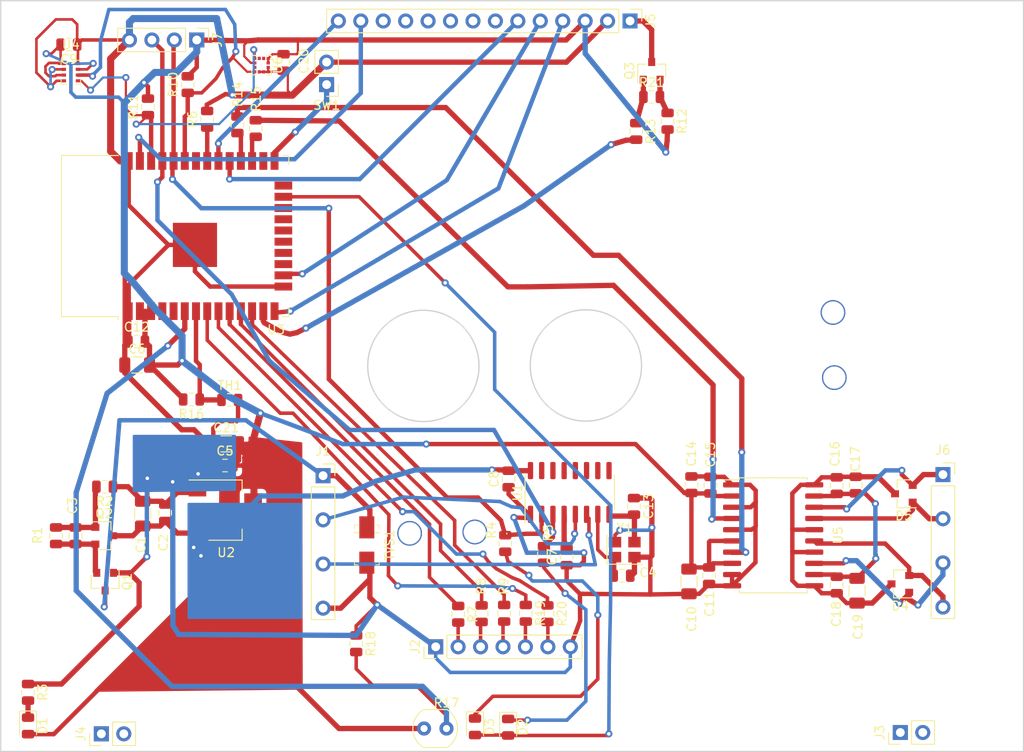
<source format=kicad_pcb>
(kicad_pcb (version 20171130) (host pcbnew 5.1.5+dfsg1-2build2)
  (layers (0 F.Cu signal) (31 B.Cu signal) (34 B.Paste user) (35 F.Paste user) (36 B.SilkS user) (37 F.SilkS user) (38 B.Mask user) (39 F.Mask user) (44 Edge.Cuts user))
  (net 0 "")
  (net 1 GND)
  (net 2 +3V3)
  (net 3 +5V)
  (net 4 "Net-(D2-Pad1)")
  (net 5 "Net-(D3-Pad1)")
  (net 6 "Net-(J3-Pad2)")
  (net 7 SCK)
  (net 8 MOSI)
  (net 9 RX)
  (net 10 TX)
  (net 11 LEDS)
  (net 12 "Net-(J5-Pad8)")
  (net 13 "Net-(C4-Pad2)")
  (net 14 "Net-(C13-Pad2)")
  (net 15 SCL)
  (net 16 SDA)
  (net 17 RST)
  (net 18 "Net-(U1-Pad9)")
  (net 19 "Net-(U1-Pad10)")
  (net 20 "Net-(U1-Pad11)")
  (net 21 "Net-(U1-Pad12)")
  (net 22 "Net-(U1-Pad14)")
  (net 23 "Net-(U1-Pad15)")
  (net 24 "Net-(U3-Pad21)")
  (net 25 "Net-(U3-Pad24)")
  (net 26 "Net-(U3-Pad26)")
  (net 27 "Net-(U3-Pad32)")
  (net 28 "Net-(C3-Pad1)")
  (net 29 "Net-(C3-Pad2)")
  (net 30 "Net-(C7-Pad2)")
  (net 31 "Net-(D1-Pad1)")
  (net 32 "Net-(J1-Pad1)")
  (net 33 "Net-(J1-Pad2)")
  (net 34 "Net-(J1-Pad3)")
  (net 35 "Net-(J2-Pad2)")
  (net 36 "Net-(J2-Pad3)")
  (net 37 "Net-(J3-Pad1)")
  (net 38 "Net-(J4-Pad2)")
  (net 39 "Net-(J4-Pad1)")
  (net 40 "Net-(J5-Pad1)")
  (net 41 RS)
  (net 42 CS)
  (net 43 "Net-(J5-Pad7)")
  (net 44 "Net-(J5-Pad9)")
  (net 45 "Net-(J5-Pad10)")
  (net 46 "Net-(J5-Pad11)")
  (net 47 "Net-(J5-Pad12)")
  (net 48 "Net-(Q3-Pad2)")
  (net 49 "Net-(Q3-Pad1)")
  (net 50 "Net-(R6-Pad1)")
  (net 51 "Net-(R7-Pad1)")
  (net 52 "Net-(R8-Pad1)")
  (net 53 "Net-(R9-Pad1)")
  (net 54 LEDA)
  (net 55 "Net-(SW1-Pad1)")
  (net 56 "Net-(U1-Pad13)")
  (net 57 "Net-(U3-Pad4)")
  (net 58 "Net-(U3-Pad5)")
  (net 59 "Net-(U3-Pad17)")
  (net 60 "Net-(U3-Pad18)")
  (net 61 "Net-(U3-Pad19)")
  (net 62 "Net-(U3-Pad20)")
  (net 63 "Net-(U3-Pad22)")
  (net 64 "Net-(C16-Pad2)")
  (net 65 "Net-(C16-Pad1)")
  (net 66 "Net-(D4-Pad1)")
  (net 67 "Net-(D4-Pad2)")
  (net 68 "Net-(D5-Pad2)")
  (net 69 "Net-(D5-Pad1)")
  (net 70 TX1)
  (net 71 "Net-(R14-Pad2)")
  (net 72 "Net-(R15-Pad2)")
  (net 73 RX1)
  (net 74 "Net-(R16-Pad1)")
  (net 75 "Net-(R17-Pad2)")
  (net 76 "Net-(U6-Pad3)")
  (net 77 "Net-(U6-Pad11)")
  (net 78 "Net-(U6-Pad12)")
  (net 79 "Net-(J2-Pad4)")
  (net 80 "Net-(R19-Pad1)")
  (net 81 "Net-(J2-Pad5)")
  (net 82 "Net-(J2-Pad6)")
  (net 83 "Net-(R20-Pad1)")
  (module Capacitor_SMD:C_1206_3216Metric (layer F.Cu) (at 66.175 88.075 270)
    (fp_text reference C1 (at 3.5 0.2 90) (layer F.SilkS))
    (fp_text value 10uF)
    (pad 2 smd roundrect (at 1.4 0 270) (size 1.25 1.75) (layers F.Cu F.Paste F.Mask) (roundrect_rratio 0.2) (net 3 +5V))
    (pad 1 smd roundrect (at -1.4 0 270) (size 1.25 1.75) (layers F.Cu F.Paste F.Mask) (roundrect_rratio 0.2) (net 1 GND))
  )
  (module Capacitor_SMD:C_0805_2012Metric (layer F.Cu) (at 68.725 87.975 270)
    (fp_text reference C2 (at 3.4 0.2 90) (layer F.SilkS))
    (fp_text value .1uF)
    (pad 1 smd roundrect (at -0.9375 0 270) (size 0.975 1.4) (layers F.Cu F.Paste F.Mask) (net 1 GND))
    (pad 2 smd roundrect (at 0.9375 0 270) (size 0.975 1.4) (layers F.Cu F.Paste F.Mask) (net 3 +5V))
  )
  (module Capacitor_SMD:C_0805_2012Metric (layer F.Cu) (at 58.575 90.575 270)
    (fp_text reference C3 (at -3.4 0.35 90) (layer F.SilkS))
    (fp_text value .1uF)
    (pad 1 smd roundrect (at -0.9375 0 270) (size 0.975 1.4) (layers F.Cu F.Paste F.Mask) (net 28 "Net-(C3-Pad1)"))
    (pad 2 smd roundrect (at 0.9375 0 270) (size 0.975 1.4) (layers F.Cu F.Paste F.Mask) (net 29 "Net-(C3-Pad2)"))
  )
  (module Capacitor_SMD:C_0805_2012Metric (layer F.Cu) (at 120.4375 95.1 180)
    (fp_text reference C4 (at -2.95 0.35) (layer F.SilkS))
    (fp_text value 22pF)
    (pad 2 smd roundrect (at 0.9375 0 180) (size 0.975 1.4) (layers F.Cu F.Paste F.Mask) (net 13 "Net-(C4-Pad2)"))
    (pad 1 smd roundrect (at -0.9375 0 180) (size 0.975 1.4) (layers F.Cu F.Paste F.Mask) (net 1 GND))
  )
  (module Capacitor_SMD:C_0805_2012Metric (layer F.Cu) (at 75.5 82.625)
    (fp_text reference C5 (at 0 -1.65) (layer F.SilkS))
    (fp_text value .1uF)
    (pad 2 smd roundrect (at 0.9375 0) (size 0.975 1.4) (layers F.Cu F.Paste F.Mask) (net 2 +3V3))
    (pad 1 smd roundrect (at -0.9375 0) (size 0.975 1.4) (layers F.Cu F.Paste F.Mask) (net 1 GND))
  )
  (module Capacitor_SMD:C_1206_3216Metric (layer F.Cu) (at 65.55 71.25)
    (fp_text reference C6 (at 0 -1.82) (layer F.SilkS))
    (fp_text value 10uF)
    (pad 1 smd roundrect (at -1.4 0) (size 1.25 1.75) (layers F.Cu F.Paste F.Mask) (roundrect_rratio 0.2) (net 1 GND))
    (pad 2 smd roundrect (at 1.4 0) (size 1.25 1.75) (layers F.Cu F.Paste F.Mask) (roundrect_rratio 0.2) (net 2 +3V3))
  )
  (module Capacitor_SMD:C_0805_2012Metric (layer F.Cu) (at 114.175 92.975 90)
    (fp_text reference C7 (at 0 -1.65 90) (layer F.SilkS))
    (fp_text value .1uF)
    (pad 1 smd roundrect (at -0.9375 0 90) (size 0.975 1.4) (layers F.Cu F.Paste F.Mask) (net 1 GND))
    (pad 2 smd roundrect (at 0.9375 0 90) (size 0.975 1.4) (layers F.Cu F.Paste F.Mask) (net 30 "Net-(C7-Pad2)"))
  )
  (module Capacitor_SMD:C_0805_2012Metric (layer F.Cu) (at 107.6 84.15 90)
    (fp_text reference C8 (at 0 -1.65 90) (layer F.SilkS))
    (fp_text value .1uF)
    (pad 2 smd roundrect (at 0.9375 0 90) (size 0.975 1.4) (layers F.Cu F.Paste F.Mask) (net 3 +5V))
    (pad 1 smd roundrect (at -0.9375 0 90) (size 0.975 1.4) (layers F.Cu F.Paste F.Mask) (net 1 GND))
  )
  (module Capacitor_SMD:C_0805_2012Metric (layer F.Cu) (at 57.825 34.975 180)
    (fp_text reference C9 (at 0 -1.65) (layer F.SilkS))
    (fp_text value .1uF)
    (pad 1 smd roundrect (at -0.9375 0 180) (size 0.975 1.4) (layers F.Cu F.Paste F.Mask) (net 1 GND))
    (pad 2 smd roundrect (at 0.9375 0 180) (size 0.975 1.4) (layers F.Cu F.Paste F.Mask) (net 2 +3V3))
  )
  (module Capacitor_SMD:C_0805_2012Metric (layer F.Cu) (at 65.5 68.6)
    (fp_text reference C12 (at 0 -1.65) (layer F.SilkS))
    (fp_text value .1uF)
    (pad 2 smd roundrect (at 0.9375 0) (size 0.975 1.4) (layers F.Cu F.Paste F.Mask) (net 2 +3V3))
    (pad 1 smd roundrect (at -0.9375 0) (size 0.975 1.4) (layers F.Cu F.Paste F.Mask) (net 1 GND))
  )
  (module Capacitor_SMD:C_0805_2012Metric (layer F.Cu) (at 121.8 87.25 270)
    (fp_text reference C13 (at 0 -1.65 90) (layer F.SilkS))
    (fp_text value 22pF)
    (pad 1 smd roundrect (at -0.9375 0 270) (size 0.975 1.4) (layers F.Cu F.Paste F.Mask) (net 1 GND))
    (pad 2 smd roundrect (at 0.9375 0 270) (size 0.975 1.4) (layers F.Cu F.Paste F.Mask) (net 14 "Net-(C13-Pad2)"))
  )
  (module LED_SMD:LED_0805_2012Metric (layer F.Cu) (at 53.2 112.1 270)
    (fp_text reference D1 (at 0 -1.65 90) (layer F.SilkS))
    (fp_text value LED3)
    (pad 2 smd roundrect (at 0.9375 0 270) (size 0.975 1.4) (layers F.Cu F.Paste F.Mask) (net 2 +3V3))
    (pad 1 smd roundrect (at -0.9375 0 270) (size 0.975 1.4) (layers F.Cu F.Paste F.Mask) (net 31 "Net-(D1-Pad1)"))
  )
  (module LED_SMD:LED_0805_2012Metric (layer F.Cu) (at 107.55 112.25 270)
    (fp_text reference D2 (at 0 -1.65 90) (layer F.SilkS))
    (fp_text value LED2)
    (pad 1 smd roundrect (at -0.9375 0 270) (size 0.975 1.4) (layers F.Cu F.Paste F.Mask) (net 4 "Net-(D2-Pad1)"))
    (pad 2 smd roundrect (at 0.9375 0 270) (size 0.975 1.4) (layers F.Cu F.Paste F.Mask) (net 11 LEDS))
  )
  (module LED_SMD:LED_0805_2012Metric (layer F.Cu) (at 103.8 112.2 270)
    (fp_text reference D3 (at 0 -1.65 90) (layer F.SilkS))
    (fp_text value LED3)
    (pad 1 smd roundrect (at -0.9375 0 270) (size 0.975 1.4) (layers F.Cu F.Paste F.Mask) (net 5 "Net-(D3-Pad1)"))
    (pad 2 smd roundrect (at 0.9375 0 270) (size 0.975 1.4) (layers F.Cu F.Paste F.Mask) (net 11 LEDS))
  )
  (module pypilot_mfd_footprints:PinSocket_1x04_P2.54mm_Vertical (layer F.Cu) (at 86.6 83.775)
    (fp_text reference J1 (at 0 -2.77) (layer F.SilkS))
    (fp_text value usb)
    (pad 1 thru_hole rect (at 0 0) (size 1.7 1.7) (drill 1) (layers *.Cu *.Mask) (net 32 "Net-(J1-Pad1)"))
    (pad 2 thru_hole oval (at 0 5) (size 1.7 1.7) (drill 1) (layers *.Cu *.Mask) (net 33 "Net-(J1-Pad2)"))
    (pad 3 thru_hole oval (at 0 10) (size 1.7 1.7) (drill 1) (layers *.Cu *.Mask) (net 34 "Net-(J1-Pad3)"))
    (pad 4 thru_hole oval (at 0 15) (size 1.7 1.7) (drill 1) (layers *.Cu *.Mask) (net 1 GND))
  )
  (module Connector_PinHeader_2.54mm:PinHeader_1x02_P2.54mm_Vertical (layer F.Cu) (at 151.95 112.85 90)
    (fp_text reference J3 (at 0 -2.33 90) (layer F.SilkS))
    (fp_text value Conn_01x02)
    (pad 1 thru_hole rect (at 0 0 90) (size 1.7 1.7) (drill 1) (layers *.Cu *.Mask) (net 37 "Net-(J3-Pad1)"))
    (pad 2 thru_hole oval (at 0 2.54 90) (size 1.7 1.7) (drill 1) (layers *.Cu *.Mask) (net 6 "Net-(J3-Pad2)"))
  )
  (module Connector_PinHeader_2.54mm:PinHeader_1x02_P2.54mm_Vertical (layer F.Cu) (at 61.5 113 90)
    (fp_text reference J4 (at 0 -2.33 90) (layer F.SilkS))
    (fp_text value Conn_01x02)
    (pad 2 thru_hole oval (at 0 2.54 90) (size 1.7 1.7) (drill 1) (layers *.Cu *.Mask) (net 38 "Net-(J4-Pad2)"))
    (pad 1 thru_hole rect (at 0 0 90) (size 1.7 1.7) (drill 1) (layers *.Cu *.Mask) (net 39 "Net-(J4-Pad1)"))
  )
  (module Connector_PinHeader_2.54mm:PinHeader_1x14_P2.54mm_Vertical (layer F.Cu) (at 121.35 32.3 270)
    (fp_text reference J5 (at 0 -2.33 90) (layer F.SilkS))
    (fp_text value jlx256160)
    (pad 1 thru_hole rect (at 0 0 270) (size 1.7 1.7) (drill 1) (layers *.Cu *.Mask) (net 40 "Net-(J5-Pad1)"))
    (pad 2 thru_hole oval (at 0 2.54 270) (size 1.7 1.7) (drill 1) (layers *.Cu *.Mask) (net 1 GND))
    (pad 3 thru_hole oval (at 0 5.08 270) (size 1.7 1.7) (drill 1) (layers *.Cu *.Mask) (net 2 +3V3))
    (pad 4 thru_hole oval (at 0 7.62 270) (size 1.7 1.7) (drill 1) (layers *.Cu *.Mask) (net 41 RS))
    (pad 5 thru_hole oval (at 0 10.16 270) (size 1.7 1.7) (drill 1) (layers *.Cu *.Mask) (net 17 RST))
    (pad 6 thru_hole oval (at 0 12.7 270) (size 1.7 1.7) (drill 1) (layers *.Cu *.Mask) (net 42 CS))
    (pad 7 thru_hole oval (at 0 15.24 270) (size 1.7 1.7) (drill 1) (layers *.Cu *.Mask) (net 43 "Net-(J5-Pad7)"))
    (pad 8 thru_hole oval (at 0 17.78 270) (size 1.7 1.7) (drill 1) (layers *.Cu *.Mask) (net 12 "Net-(J5-Pad8)"))
    (pad 9 thru_hole oval (at 0 20.32 270) (size 1.7 1.7) (drill 1) (layers *.Cu *.Mask) (net 44 "Net-(J5-Pad9)"))
    (pad 10 thru_hole oval (at 0 22.86 270) (size 1.7 1.7) (drill 1) (layers *.Cu *.Mask) (net 45 "Net-(J5-Pad10)"))
    (pad 11 thru_hole oval (at 0 25.4 270) (size 1.7 1.7) (drill 1) (layers *.Cu *.Mask) (net 46 "Net-(J5-Pad11)"))
    (pad 12 thru_hole oval (at 0 27.94 270) (size 1.7 1.7) (drill 1) (layers *.Cu *.Mask) (net 47 "Net-(J5-Pad12)"))
    (pad 13 thru_hole oval (at 0 30.48 270) (size 1.7 1.7) (drill 1) (layers *.Cu *.Mask) (net 8 MOSI))
    (pad 14 thru_hole oval (at 0 33.02 270) (size 1.7 1.7) (drill 1) (layers *.Cu *.Mask) (net 7 SCK))
  )
  (module Resistor_SMD:R_0805_2012Metric (layer F.Cu) (at 56.375 90.575 270)
    (fp_text reference R1 (at -0.05 2.1 90) (layer F.SilkS))
    (fp_text value 100k)
    (pad 2 smd roundrect (at 0.9375 0 270) (size 0.975 1.4) (layers F.Cu F.Paste F.Mask) (net 29 "Net-(C3-Pad2)"))
    (pad 1 smd roundrect (at -0.9375 0 270) (size 0.975 1.4) (layers F.Cu F.Paste F.Mask) (net 28 "Net-(C3-Pad1)"))
  )
  (module Resistor_SMD:R_0805_2012Metric (layer F.Cu) (at 61.875 85.025 180)
    (fp_text reference R2 (at 0 -1.65) (layer F.SilkS))
    (fp_text value 20k)
    (pad 1 smd roundrect (at -0.9375 0 180) (size 0.975 1.4) (layers F.Cu F.Paste F.Mask) (net 1 GND))
    (pad 2 smd roundrect (at 0.9375 0 180) (size 0.975 1.4) (layers F.Cu F.Paste F.Mask) (net 28 "Net-(C3-Pad1)"))
  )
  (module Resistor_SMD:R_0805_2012Metric (layer F.Cu) (at 53.2 108.3 270)
    (fp_text reference R3 (at 0 -1.65 90) (layer F.SilkS))
    (fp_text value 1.2k)
    (pad 1 smd roundrect (at -0.9375 0 270) (size 0.975 1.4) (layers F.Cu F.Paste F.Mask) (net 1 GND))
    (pad 2 smd roundrect (at 0.9375 0 270) (size 0.975 1.4) (layers F.Cu F.Paste F.Mask) (net 31 "Net-(D1-Pad1)"))
  )
  (module Resistor_SMD:R_0805_2012Metric (layer F.Cu) (at 107.225 91.45 270)
    (fp_text reference R4 (at -1.5 1.6 90) (layer F.SilkS))
    (fp_text value 1.2k)
    (pad 2 smd roundrect (at 0.9375 0 270) (size 0.975 1.4) (layers F.Cu F.Paste F.Mask) (net 5 "Net-(D3-Pad1)"))
    (pad 1 smd roundrect (at -0.9375 0 270) (size 0.975 1.4) (layers F.Cu F.Paste F.Mask) (net 9 RX))
  )
  (module Resistor_SMD:R_0805_2012Metric (layer F.Cu) (at 111.6 92.7 270)
    (fp_text reference R5 (at -2.45 -0.5 90) (layer F.SilkS))
    (fp_text value 1.2k)
    (pad 2 smd roundrect (at 0.9375 0 270) (size 0.975 1.4) (layers F.Cu F.Paste F.Mask) (net 4 "Net-(D2-Pad1)"))
    (pad 1 smd roundrect (at -0.9375 0 270) (size 0.975 1.4) (layers F.Cu F.Paste F.Mask) (net 10 TX))
  )
  (module Resistor_SMD:R_0805_2012Metric (layer F.Cu) (at 73.475 43.425 90)
    (fp_text reference R6 (at 0 -1.65 90) (layer F.SilkS))
    (fp_text value 1.2k)
    (pad 2 smd roundrect (at 0.9375 0 90) (size 0.975 1.4) (layers F.Cu F.Paste F.Mask) (net 1 GND))
    (pad 1 smd roundrect (at -0.9375 0 90) (size 0.975 1.4) (layers F.Cu F.Paste F.Mask) (net 50 "Net-(R6-Pad1)"))
  )
  (module Resistor_SMD:R_0805_2012Metric (layer F.Cu) (at 101.9 99.4625 270)
    (fp_text reference R7 (at 0 -1.65 90) (layer F.SilkS))
    (fp_text value 10k)
    (pad 1 smd roundrect (at -0.9375 0 270) (size 0.975 1.4) (layers F.Cu F.Paste F.Mask) (net 51 "Net-(R7-Pad1)"))
    (pad 2 smd roundrect (at 0.9375 0 270) (size 0.975 1.4) (layers F.Cu F.Paste F.Mask) (net 35 "Net-(J2-Pad2)"))
  )
  (module Resistor_SMD:R_0805_2012Metric (layer F.Cu) (at 104.55 99.4 270)
    (fp_text reference R8 (at -3.1125 0.05 90) (layer F.SilkS))
    (fp_text value 10k)
    (pad 2 smd roundrect (at 0.9375 0 270) (size 0.975 1.4) (layers F.Cu F.Paste F.Mask) (net 36 "Net-(J2-Pad3)"))
    (pad 1 smd roundrect (at -0.9375 0 270) (size 0.975 1.4) (layers F.Cu F.Paste F.Mask) (net 52 "Net-(R8-Pad1)"))
  )
  (module Resistor_SMD:R_0805_2012Metric (layer F.Cu) (at 107.1 99.35 270)
    (fp_text reference R9 (at -3.05 0.05 90) (layer F.SilkS))
    (fp_text value 10k)
    (pad 1 smd roundrect (at -0.9375 0 270) (size 0.975 1.4) (layers F.Cu F.Paste F.Mask) (net 53 "Net-(R9-Pad1)"))
    (pad 2 smd roundrect (at 0.9375 0 270) (size 0.975 1.4) (layers F.Cu F.Paste F.Mask) (net 79 "Net-(J2-Pad4)"))
  )
  (module Resistor_SMD:R_0805_2012Metric (layer F.Cu) (at 71.275 39.5 90)
    (fp_text reference R10 (at 0 -1.65 90) (layer F.SilkS))
    (fp_text value 10k)
    (pad 2 smd roundrect (at 0.9375 0 90) (size 0.975 1.4) (layers F.Cu F.Paste F.Mask) (net 2 +3V3))
    (pad 1 smd roundrect (at -0.9375 0 90) (size 0.975 1.4) (layers F.Cu F.Paste F.Mask) (net 16 SDA))
  )
  (module Resistor_SMD:R_0805_2012Metric (layer F.Cu) (at 66.775 42.025 90)
    (fp_text reference R11 (at 0 -1.65 90) (layer F.SilkS))
    (fp_text value 10k)
    (pad 1 smd roundrect (at -0.9375 0 90) (size 0.975 1.4) (layers F.Cu F.Paste F.Mask) (net 15 SCL))
    (pad 2 smd roundrect (at 0.9375 0 90) (size 0.975 1.4) (layers F.Cu F.Paste F.Mask) (net 2 +3V3))
  )
  (module Resistor_SMD:R_0805_2012Metric (layer F.Cu) (at 125.6 43.65 270)
    (fp_text reference R12 (at 0 -1.65 90) (layer F.SilkS))
    (fp_text value 4.7)
    (pad 1 smd roundrect (at -0.9375 0 270) (size 0.975 1.4) (layers F.Cu F.Paste F.Mask) (net 48 "Net-(Q3-Pad2)"))
    (pad 2 smd roundrect (at 0.9375 0 270) (size 0.975 1.4) (layers F.Cu F.Paste F.Mask) (net 2 +3V3))
  )
  (module Resistor_SMD:R_0805_2012Metric (layer F.Cu) (at 122.05 44.8 270)
    (fp_text reference R13 (at 0 -1.65 90) (layer F.SilkS))
    (fp_text value 10k)
    (pad 1 smd roundrect (at -0.9375 0 270) (size 0.975 1.4) (layers F.Cu F.Paste F.Mask) (net 49 "Net-(Q3-Pad1)"))
    (pad 2 smd roundrect (at 0.9375 0 270) (size 0.975 1.4) (layers F.Cu F.Paste F.Mask) (net 54 LEDA))
  )
  (module Connector_PinHeader_2.54mm:PinHeader_1x02_P2.54mm_Vertical (layer F.Cu) (at 87 39.5 180)
    (fp_text reference SW1 (at 0 -2.33) (layer F.SilkS))
    (fp_text value BOOT/AP)
    (pad 1 thru_hole rect (at 0 0 180) (size 1.7 1.7) (drill 1) (layers *.Cu *.Mask) (net 55 "Net-(SW1-Pad1)"))
    (pad 2 thru_hole oval (at 0 2.54 180) (size 1.7 1.7) (drill 1) (layers *.Cu *.Mask) (net 1 GND))
  )
  (module pypilot_mfd_footprints:DO-214AC (layer F.Cu) (at 91.55 91.625 270)
    (fp_text reference TVS1 (at 0 -2.6 90) (layer F.SilkS))
    (fp_text value TVS)
    (pad 2 smd rect (at 2 0 270) (size 2.5 1.7) (layers F.Cu F.Paste F.Mask) (net 1 GND))
    (pad 1 smd rect (at -2 0 270) (size 2.5 1.7) (layers F.Cu F.Paste F.Mask) (net 32 "Net-(J1-Pad1)"))
  )
  (module RF_Module:ESP32-WROOM-32 (layer F.Cu) (at 72.85 56.65 90)
    (fp_text reference U3 (at -10.61 8.43) (layer F.SilkS))
    (fp_text value ESP32-WROOM-32D)
    (pad 39 smd rect (at -1 -0.755 90) (size 5 5) (layers F.Cu F.Paste F.Mask) (net 1 GND))
    (pad 1 smd rect (at -8.5 -8.255 90) (size 2 0.9) (layers F.Cu F.Paste F.Mask) (net 1 GND))
    (pad 2 smd rect (at -8.5 -6.985 90) (size 2 0.9) (layers F.Cu F.Paste F.Mask) (net 2 +3V3))
    (pad 3 smd rect (at -8.5 -5.715 90) (size 2 0.9) (layers F.Cu F.Paste F.Mask) (net 2 +3V3))
    (pad 4 smd rect (at -8.5 -4.445 90) (size 2 0.9) (layers F.Cu F.Paste F.Mask) (net 57 "Net-(U3-Pad4)"))
    (pad 5 smd rect (at -8.5 -3.175 90) (size 2 0.9) (layers F.Cu F.Paste F.Mask) (net 58 "Net-(U3-Pad5)"))
    (pad 6 smd rect (at -8.5 -1.905 90) (size 2 0.9) (layers F.Cu F.Paste F.Mask) (net 75 "Net-(R17-Pad2)"))
    (pad 7 smd rect (at -8.5 -0.635 90) (size 2 0.9) (layers F.Cu F.Paste F.Mask) (net 74 "Net-(R16-Pad1)"))
    (pad 8 smd rect (at -8.5 0.635 90) (size 2 0.9) (layers F.Cu F.Paste F.Mask) (net 80 "Net-(R19-Pad1)"))
    (pad 9 smd rect (at -8.5 1.905 90) (size 2 0.9) (layers F.Cu F.Paste F.Mask) (net 83 "Net-(R20-Pad1)"))
    (pad 10 smd rect (at -8.5 3.175 90) (size 2 0.9) (layers F.Cu F.Paste F.Mask) (net 51 "Net-(R7-Pad1)"))
    (pad 11 smd rect (at -8.5 4.445 90) (size 2 0.9) (layers F.Cu F.Paste F.Mask) (net 52 "Net-(R8-Pad1)"))
    (pad 12 smd rect (at -8.5 5.715 90) (size 2 0.9) (layers F.Cu F.Paste F.Mask) (net 53 "Net-(R9-Pad1)"))
    (pad 13 smd rect (at -8.5 6.985 90) (size 2 0.9) (layers F.Cu F.Paste F.Mask) (net 54 LEDA))
    (pad 14 smd rect (at -8.5 8.255 90) (size 2 0.9) (layers F.Cu F.Paste F.Mask) (net 41 RS))
    (pad 15 smd rect (at -5.715 9.255 180) (size 2 0.9) (layers F.Cu F.Paste F.Mask) (net 1 GND))
    (pad 16 smd rect (at -4.445 9.255 180) (size 2 0.9) (layers F.Cu F.Paste F.Mask) (net 17 RST))
    (pad 17 smd rect (at -3.175 9.255 180) (size 2 0.9) (layers F.Cu F.Paste F.Mask) (net 59 "Net-(U3-Pad17)"))
    (pad 18 smd rect (at -1.905 9.255 180) (size 2 0.9) (layers F.Cu F.Paste F.Mask) (net 60 "Net-(U3-Pad18)"))
    (pad 19 smd rect (at -0.635 9.255 180) (size 2 0.9) (layers F.Cu F.Paste F.Mask) (net 61 "Net-(U3-Pad19)"))
    (pad 20 smd rect (at 0.635 9.255 180) (size 2 0.9) (layers F.Cu F.Paste F.Mask) (net 62 "Net-(U3-Pad20)"))
    (pad 21 smd rect (at 1.905 9.255 180) (size 2 0.9) (layers F.Cu F.Paste F.Mask) (net 24 "Net-(U3-Pad21)"))
    (pad 22 smd rect (at 3.175 9.255 180) (size 2 0.9) (layers F.Cu F.Paste F.Mask) (net 63 "Net-(U3-Pad22)"))
    (pad 23 smd rect (at 4.445 9.255 180) (size 2 0.9) (layers F.Cu F.Paste F.Mask) (net 11 LEDS))
    (pad 24 smd rect (at 5.715 9.255 180) (size 2 0.9) (layers F.Cu F.Paste F.Mask) (net 25 "Net-(U3-Pad24)"))
    (pad 25 smd rect (at 8.5 8.255 90) (size 2 0.9) (layers F.Cu F.Paste F.Mask) (net 55 "Net-(SW1-Pad1)"))
    (pad 26 smd rect (at 8.5 6.985 90) (size 2 0.9) (layers F.Cu F.Paste F.Mask) (net 26 "Net-(U3-Pad26)"))
    (pad 27 smd rect (at 8.5 5.715 90) (size 2 0.9) (layers F.Cu F.Paste F.Mask) (net 73 RX1))
    (pad 28 smd rect (at 8.5 4.445 90) (size 2 0.9) (layers F.Cu F.Paste F.Mask) (net 70 TX1))
    (pad 29 smd rect (at 8.5 3.175 90) (size 2 0.9) (layers F.Cu F.Paste F.Mask) (net 42 CS))
    (pad 30 smd rect (at 8.5 1.905 90) (size 2 0.9) (layers F.Cu F.Paste F.Mask) (net 7 SCK))
    (pad 31 smd rect (at 8.5 0.635 90) (size 2 0.9) (layers F.Cu F.Paste F.Mask) (net 50 "Net-(R6-Pad1)"))
    (pad 32 smd rect (at 8.5 -0.635 90) (size 2 0.9) (layers F.Cu F.Paste F.Mask) (net 27 "Net-(U3-Pad32)"))
    (pad 33 smd rect (at 8.5 -1.905 90) (size 2 0.9) (layers F.Cu F.Paste F.Mask) (net 16 SDA))
    (pad 34 smd rect (at 8.5 -3.175 90) (size 2 0.9) (layers F.Cu F.Paste F.Mask) (net 9 RX))
    (pad 35 smd rect (at 8.5 -4.445 90) (size 2 0.9) (layers F.Cu F.Paste F.Mask) (net 10 TX))
    (pad 36 smd rect (at 8.5 -5.715 90) (size 2 0.9) (layers F.Cu F.Paste F.Mask) (net 15 SCL))
    (pad 37 smd rect (at 8.5 -6.985 90) (size 2 0.9) (layers F.Cu F.Paste F.Mask) (net 8 MOSI))
    (pad 38 smd rect (at 8.5 -8.255 90) (size 2 0.9) (layers F.Cu F.Paste F.Mask) (net 1 GND))
  )
  (module Crystal:Crystal_SMD_3225-4Pin_3.2x2.5mm (layer F.Cu) (at 120.75 92.15)
    (fp_text reference Y1 (at 0 -2.45) (layer F.SilkS))
    (fp_text value 12mhz)
    (pad 1 smd rect (at -1.1 0.85) (size 1.4 1.2) (layers F.Cu F.Paste F.Mask) (net 13 "Net-(C4-Pad2)"))
    (pad 2 smd rect (at 1.1 0.85) (size 1.4 1.2) (layers F.Cu F.Paste F.Mask) (net 1 GND))
    (pad 3 smd rect (at 1.1 -0.85) (size 1.4 1.2) (layers F.Cu F.Paste F.Mask) (net 14 "Net-(C13-Pad2)"))
    (pad 4 smd rect (at -1.1 -0.85) (size 1.4 1.2) (layers F.Cu F.Paste F.Mask) (net 1 GND))
  )
  (module Capacitor_SMD:C_1206_3216Metric (layer F.Cu) (at 128.025 95.75 90)
    (fp_text reference C10 (at -4.25 0.3 90) (layer F.SilkS))
    (fp_text value 10uF)
    (pad 2 smd roundrect (at 1.4 0 90) (size 1.25 1.75) (layers F.Cu F.Paste F.Mask) (roundrect_rratio 0.2) (net 2 +3V3))
    (pad 1 smd roundrect (at -1.4 0 90) (size 1.25 1.75) (layers F.Cu F.Paste F.Mask) (roundrect_rratio 0.2) (net 1 GND))
  )
  (module Capacitor_SMD:C_0805_2012Metric (layer F.Cu) (at 130.3 95.1 90)
    (fp_text reference C11 (at -3.2 0.05 90) (layer F.SilkS))
    (fp_text value 100n)
    (pad 1 smd roundrect (at -0.9375 0 90) (size 0.975 1.4) (layers F.Cu F.Paste F.Mask) (net 1 GND))
    (pad 2 smd roundrect (at 0.9375 0 90) (size 0.975 1.4) (layers F.Cu F.Paste F.Mask) (net 2 +3V3))
  )
  (module Capacitor_SMD:C_0805_2012Metric (layer F.Cu) (at 128.3 84.8 270)
    (fp_text reference C14 (at -3.5 0 90) (layer F.SilkS))
    (fp_text value 100n)
    (pad 2 smd roundrect (at 0.9375 0 270) (size 0.975 1.4) (layers F.Cu F.Paste F.Mask) (net 2 +3V3))
    (pad 1 smd roundrect (at -0.9375 0 270) (size 0.975 1.4) (layers F.Cu F.Paste F.Mask) (net 1 GND))
  )
  (module Capacitor_SMD:C_0805_2012Metric (layer F.Cu) (at 130.45 84.85 270)
    (fp_text reference C15 (at -3.45 0 90) (layer F.SilkS))
    (fp_text value 10n)
    (pad 1 smd roundrect (at -0.9375 0 270) (size 0.975 1.4) (layers F.Cu F.Paste F.Mask) (net 1 GND))
    (pad 2 smd roundrect (at 0.9375 0 270) (size 0.975 1.4) (layers F.Cu F.Paste F.Mask) (net 2 +3V3))
  )
  (module Capacitor_SMD:C_0805_2012Metric (layer F.Cu) (at 144.75 84.9 270)
    (fp_text reference C16 (at -3.6 0.2 90) (layer F.SilkS))
    (fp_text value 10n)
    (pad 2 smd roundrect (at 0.9375 0 270) (size 0.975 1.4) (layers F.Cu F.Paste F.Mask) (net 64 "Net-(C16-Pad2)"))
    (pad 1 smd roundrect (at -0.9375 0 270) (size 0.975 1.4) (layers F.Cu F.Paste F.Mask) (net 65 "Net-(C16-Pad1)"))
  )
  (module Capacitor_SMD:C_0805_2012Metric (layer F.Cu) (at 146.9 84.8375 270)
    (fp_text reference C17 (at -2.95 0.05 90) (layer F.SilkS))
    (fp_text value 100n)
    (pad 2 smd roundrect (at 0.9375 0 270) (size 0.975 1.4) (layers F.Cu F.Paste F.Mask) (net 64 "Net-(C16-Pad2)"))
    (pad 1 smd roundrect (at -0.9375 0 270) (size 0.975 1.4) (layers F.Cu F.Paste F.Mask) (net 65 "Net-(C16-Pad1)"))
  )
  (module Capacitor_SMD:C_0805_2012Metric (layer F.Cu) (at 144.75 96.15 90)
    (fp_text reference C18 (at -3.3 -0.05 90) (layer F.SilkS))
    (fp_text value 100n)
    (pad 1 smd roundrect (at -0.9375 0 90) (size 0.975 1.4) (layers F.Cu F.Paste F.Mask) (net 65 "Net-(C16-Pad1)"))
    (pad 2 smd roundrect (at 0.9375 0 90) (size 0.975 1.4) (layers F.Cu F.Paste F.Mask) (net 64 "Net-(C16-Pad2)"))
  )
  (module Capacitor_SMD:C_1206_3216Metric (layer F.Cu) (at 147.05 96.8 90)
    (fp_text reference C19 (at -4.1 0.1 90) (layer F.SilkS))
    (fp_text value 10uF)
    (pad 1 smd roundrect (at -1.4 0 90) (size 1.25 1.75) (layers F.Cu F.Paste F.Mask) (roundrect_rratio 0.2) (net 65 "Net-(C16-Pad1)"))
    (pad 2 smd roundrect (at 1.4 0 90) (size 1.25 1.75) (layers F.Cu F.Paste F.Mask) (roundrect_rratio 0.2) (net 64 "Net-(C16-Pad2)"))
  )
  (module Capacitor_SMD:C_0805_2012Metric (layer F.Cu) (at 82.125 37 90)
    (fp_text reference C20 (at 0.15 2.3 90) (layer F.SilkS))
    (fp_text value .1uF)
    (pad 1 smd roundrect (at -0.9375 0 90) (size 0.975 1.4) (layers F.Cu F.Paste F.Mask) (net 1 GND))
    (pad 2 smd roundrect (at 0.9375 0 90) (size 0.975 1.4) (layers F.Cu F.Paste F.Mask) (net 2 +3V3))
  )
  (module Capacitor_SMD:C_1206_3216Metric (layer F.Cu) (at 75.625 80.175)
    (fp_text reference C21 (at 0 -1.82) (layer F.SilkS))
    (fp_text value 10uF)
    (pad 1 smd roundrect (at -1.4 0) (size 1.25 1.75) (layers F.Cu F.Paste F.Mask) (roundrect_rratio 0.2) (net 1 GND))
    (pad 2 smd roundrect (at 1.4 0) (size 1.25 1.75) (layers F.Cu F.Paste F.Mask) (roundrect_rratio 0.2) (net 2 +3V3))
  )
  (module pypilot_mfd_footprints:PinSocket_1x04_P2.54mm_Vertical (layer F.Cu) (at 156.775 83.65)
    (fp_text reference J6 (at 0 -2.77) (layer F.SilkS))
    (fp_text value usb)
    (pad 1 thru_hole rect (at 0 0) (size 1.7 1.7) (drill 1) (layers *.Cu *.Mask) (net 68 "Net-(D5-Pad2)"))
    (pad 2 thru_hole oval (at 0 5) (size 1.7 1.7) (drill 1) (layers *.Cu *.Mask) (net 69 "Net-(D5-Pad1)"))
    (pad 3 thru_hole oval (at 0 10) (size 1.7 1.7) (drill 1) (layers *.Cu *.Mask) (net 66 "Net-(D4-Pad1)"))
    (pad 4 thru_hole oval (at 0 15) (size 1.7 1.7) (drill 1) (layers *.Cu *.Mask) (net 67 "Net-(D4-Pad2)"))
  )
  (module Resistor_SMD:R_0805_2012Metric (layer F.Cu) (at 76.9 44.05 90)
    (fp_text reference R14 (at 3.45 0.05 90) (layer F.SilkS))
    (fp_text value 2.4k)
    (pad 1 smd roundrect (at -0.9375 0 90) (size 0.975 1.4) (layers F.Cu F.Paste F.Mask) (net 70 TX1))
    (pad 2 smd roundrect (at 0.9375 0 90) (size 0.975 1.4) (layers F.Cu F.Paste F.Mask) (net 71 "Net-(R14-Pad2)"))
  )
  (module Resistor_SMD:R_0805_2012Metric (layer F.Cu) (at 78.975 44.475 90)
    (fp_text reference R15 (at 3.35 0.05 90) (layer F.SilkS))
    (fp_text value 2.4k)
    (pad 2 smd roundrect (at 0.9375 0 90) (size 0.975 1.4) (layers F.Cu F.Paste F.Mask) (net 72 "Net-(R15-Pad2)"))
    (pad 1 smd roundrect (at -0.9375 0 90) (size 0.975 1.4) (layers F.Cu F.Paste F.Mask) (net 73 RX1))
  )
  (module Resistor_SMD:R_0805_2012Metric (layer F.Cu) (at 71.7 75.15 180)
    (fp_text reference R16 (at 0 -1.65) (layer F.SilkS))
    (fp_text value 10k)
    (pad 1 smd roundrect (at -0.9375 0 180) (size 0.975 1.4) (layers F.Cu F.Paste F.Mask) (net 74 "Net-(R16-Pad1)"))
    (pad 2 smd roundrect (at 0.9375 0 180) (size 0.975 1.4) (layers F.Cu F.Paste F.Mask) (net 2 +3V3))
  )
  (module pypilot_footprints:R_LDR_4.9x4.2mm_P2.54mm_Vertical (layer F.Cu) (at 99.3 112.4)
    (fp_text reference R17 (at 1.27 -2.9) (layer F.SilkS))
    (fp_text value R_PHOTO)
    (pad 1 thru_hole circle (at -1.27 0) (size 1.6 1.6) (drill 0.8) (layers *.Cu *.Mask) (net 2 +3V3))
    (pad 2 thru_hole circle (at 1.27 0) (size 1.6 1.6) (drill 0.8) (layers *.Cu *.Mask) (net 75 "Net-(R17-Pad2)"))
  )
  (module Resistor_SMD:R_0805_2012Metric (layer F.Cu) (at 90.35 102.8 270)
    (fp_text reference R18 (at 0 -1.65 90) (layer F.SilkS))
    (fp_text value 10k)
    (pad 1 smd roundrect (at -0.9375 0 270) (size 0.975 1.4) (layers F.Cu F.Paste F.Mask) (net 1 GND))
    (pad 2 smd roundrect (at 0.9375 0 270) (size 0.975 1.4) (layers F.Cu F.Paste F.Mask) (net 75 "Net-(R17-Pad2)"))
  )
  (module Resistor_SMD:R_0805_2012Metric (layer F.Cu) (at 76.0375 75.2)
    (fp_text reference TH1 (at 0 -1.65) (layer F.SilkS))
    (fp_text value NTC)
    (pad 2 smd roundrect (at 0.9375 0) (size 0.975 1.4) (layers F.Cu F.Paste F.Mask) (net 1 GND))
    (pad 1 smd roundrect (at -0.9375 0) (size 0.975 1.4) (layers F.Cu F.Paste F.Mask) (net 74 "Net-(R16-Pad1)"))
  )
  (module pypilot_footprints:SOT-23_180 (layer F.Cu) (at 151.95 96.025)
    (fp_text reference D4 (at 0 2.5) (layer F.SilkS))
    (fp_text value SM712)
    (pad 3 smd rect (at -1 0 180) (size 0.9 0.8) (layers F.Cu F.Paste F.Mask) (net 65 "Net-(C16-Pad1)"))
    (pad 2 smd rect (at 1 -0.95 180) (size 0.9 0.8) (layers F.Cu F.Paste F.Mask) (net 67 "Net-(D4-Pad2)"))
    (pad 1 smd rect (at 1 0.95 180) (size 0.9 0.8) (layers F.Cu F.Paste F.Mask) (net 66 "Net-(D4-Pad1)"))
  )
  (module pypilot_footprints:SOT-23_180 (layer F.Cu) (at 152.35 85.825)
    (fp_text reference D5 (at 0 2.5) (layer F.SilkS))
    (fp_text value SM712)
    (pad 1 smd rect (at 1 0.95 180) (size 0.9 0.8) (layers F.Cu F.Paste F.Mask) (net 69 "Net-(D5-Pad1)"))
    (pad 2 smd rect (at 1 -0.95 180) (size 0.9 0.8) (layers F.Cu F.Paste F.Mask) (net 68 "Net-(D5-Pad2)"))
    (pad 3 smd rect (at -1 0 180) (size 0.9 0.8) (layers F.Cu F.Paste F.Mask) (net 65 "Net-(C16-Pad1)"))
  )
  (module Connector_PinHeader_2.54mm:PinHeader_1x04_P2.54mm_Vertical (layer F.Cu) (at 72.3 34.45 270)
    (fp_text reference J7 (at 0 -2.33 90) (layer F.SilkS))
    (fp_text value keypad)
    (pad 1 thru_hole rect (at 0 0 270) (size 1.7 1.7) (drill 1) (layers *.Cu *.Mask) (net 2 +3V3))
    (pad 2 thru_hole oval (at 0 2.54 270) (size 1.7 1.7) (drill 1) (layers *.Cu *.Mask) (net 9 RX))
    (pad 3 thru_hole oval (at 0 5.08 270) (size 1.7 1.7) (drill 1) (layers *.Cu *.Mask) (net 10 TX))
    (pad 4 thru_hole oval (at 0 7.62 270) (size 1.7 1.7) (drill 1) (layers *.Cu *.Mask) (net 1 GND))
  )
  (module Resistor_SMD:R_0805_2012Metric (layer F.Cu) (at 109.55 99.35 270)
    (fp_text reference R19 (at 0 -1.65 90) (layer F.SilkS))
    (fp_text value 10k)
    (pad 1 smd roundrect (at -0.9375 0 270) (size 0.975 1.4) (layers F.Cu F.Paste F.Mask) (net 80 "Net-(R19-Pad1)"))
    (pad 2 smd roundrect (at 0.9375 0 270) (size 0.975 1.4) (layers F.Cu F.Paste F.Mask) (net 81 "Net-(J2-Pad5)"))
  )
  (module Resistor_SMD:R_0805_2012Metric (layer F.Cu) (at 112 99.4 270)
    (fp_text reference R20 (at 0 -1.65 90) (layer F.SilkS))
    (fp_text value 10k)
    (pad 2 smd roundrect (at 0.9375 0 270) (size 0.975 1.4) (layers F.Cu F.Paste F.Mask) (net 82 "Net-(J2-Pad6)"))
    (pad 1 smd roundrect (at -0.9375 0 270) (size 0.975 1.4) (layers F.Cu F.Paste F.Mask) (net 83 "Net-(R20-Pad1)"))
  )
  (module Connector_PinHeader_2.54mm:PinHeader_1x07_P2.54mm_Vertical (layer F.Cu) (at 99.35 103.15 90)
    (fp_text reference J2 (at 0 -2.33 90) (layer F.SilkS))
    (fp_text value keypad)
    (pad 1 thru_hole rect (at 0 0 90) (size 1.7 1.7) (drill 1) (layers *.Cu *.Mask) (net 1 GND))
    (pad 2 thru_hole oval (at 0 2.54 90) (size 1.7 1.7) (drill 1) (layers *.Cu *.Mask) (net 35 "Net-(J2-Pad2)"))
    (pad 3 thru_hole oval (at 0 5.08 90) (size 1.7 1.7) (drill 1) (layers *.Cu *.Mask) (net 36 "Net-(J2-Pad3)"))
    (pad 4 thru_hole oval (at 0 7.62 90) (size 1.7 1.7) (drill 1) (layers *.Cu *.Mask) (net 79 "Net-(J2-Pad4)"))
    (pad 5 thru_hole oval (at 0 10.16 90) (size 1.7 1.7) (drill 1) (layers *.Cu *.Mask) (net 81 "Net-(J2-Pad5)"))
    (pad 6 thru_hole oval (at 0 12.7 90) (size 1.7 1.7) (drill 1) (layers *.Cu *.Mask) (net 82 "Net-(J2-Pad6)"))
    (pad 7 thru_hole oval (at 0 15.24 90) (size 1.7 1.7) (drill 1) (layers *.Cu *.Mask) (net 1 GND))
  )
  (module Resistor_SMD:R_0805_2012Metric (layer F.Cu) (at 123.8 40.9)
    (fp_text reference R21 (at 0 -1.65) (layer F.SilkS))
    (fp_text value 100k)
    (pad 1 smd roundrect (at -0.9375 0) (size 0.975 1.4) (layers F.Cu F.Paste F.Mask) (net 49 "Net-(Q3-Pad1)"))
    (pad 2 smd roundrect (at 0.9375 0) (size 0.975 1.4) (layers F.Cu F.Paste F.Mask) (net 48 "Net-(Q3-Pad2)"))
  )
  (module pypilot_footprints:SOT-23_180 (layer F.Cu) (at 61.825 90.575 180)
    (fp_text reference Q2 (at 0 2.5) (layer F.SilkS))
    (fp_text value Q_PMOS_GSD)
    (pad 1 smd rect (at 1 0.95) (size 0.9 0.8) (layers F.Cu F.Paste F.Mask) (net 28 "Net-(C3-Pad1)"))
    (pad 2 smd rect (at 1 -0.95) (size 0.9 0.8) (layers F.Cu F.Paste F.Mask) (net 29 "Net-(C3-Pad2)"))
    (pad 3 smd rect (at -1 0) (size 0.9 0.8) (layers F.Cu F.Paste F.Mask) (net 3 +5V))
  )
  (module pypilot_footprints:SOT-23_180 (layer F.Cu) (at 123.8 37.95 270)
    (fp_text reference Q3 (at 0 2.5 90) (layer F.SilkS))
    (fp_text value Q_PMOS_DSG)
    (pad 3 smd rect (at -1 0 90) (size 0.9 0.8) (layers F.Cu F.Paste F.Mask) (net 40 "Net-(J5-Pad1)"))
    (pad 2 smd rect (at 1 -0.95 90) (size 0.9 0.8) (layers F.Cu F.Paste F.Mask) (net 48 "Net-(Q3-Pad2)"))
    (pad 1 smd rect (at 1 0.95 90) (size 0.9 0.8) (layers F.Cu F.Paste F.Mask) (net 49 "Net-(Q3-Pad1)"))
  )
  (module pypilot_footprints:SOT-223-3_TabPin2_180 (layer F.Cu) (at 75.625 87.975 180)
    (fp_text reference U2 (at 0 -4.5) (layer F.SilkS))
    (fp_text value AMS1117-3.3)
    (pad 2 smd rect (at -3.05 0.3) (size 2 3.8) (layers F.Cu F.Paste F.Mask) (net 2 +3V3))
    (pad 2 smd rect (at 3.25 0.3) (size 2 1.5) (layers F.Cu F.Paste F.Mask) (net 2 +3V3))
    (pad 3 smd rect (at 3.25 -2) (size 2 1.5) (layers F.Cu F.Paste F.Mask) (net 3 +5V))
    (pad 1 smd rect (at 3.25 2.6) (size 2 1.5) (layers F.Cu F.Paste F.Mask) (net 1 GND))
  )
  (module pypilot_footprints:SOIC-20W_7.5x12.8mm_P1.27mm (layer F.Cu) (at 137.555001 90.525001 270)
    (fp_text reference U5 (at 0 -7.35 90) (layer F.SilkS))
    (fp_text value ADM2587E)
    (pad 1 smd roundrect (at -5.715 4.65) (size 2.05 0.6) (layers F.Cu F.Paste F.Mask) (net 1 GND))
    (pad 2 smd roundrect (at -4.445 4.65) (size 2.05 0.6) (layers F.Cu F.Paste F.Mask) (net 2 +3V3))
    (pad 3 smd roundrect (at -3.175 4.65) (size 2.05 0.6) (layers F.Cu F.Paste F.Mask) (net 1 GND))
    (pad 4 smd roundrect (at -1.905 4.65) (size 2.05 0.6) (layers F.Cu F.Paste F.Mask) (net 72 "Net-(R15-Pad2)"))
    (pad 5 smd roundrect (at -0.635 4.65) (size 2.05 0.6) (layers F.Cu F.Paste F.Mask) (net 1 GND))
    (pad 6 smd roundrect (at 0.635 4.65) (size 2.05 0.6) (layers F.Cu F.Paste F.Mask) (net 2 +3V3))
    (pad 7 smd roundrect (at 1.905 4.65) (size 2.05 0.6) (layers F.Cu F.Paste F.Mask) (net 71 "Net-(R14-Pad2)"))
    (pad 8 smd roundrect (at 3.175 4.65) (size 2.05 0.6) (layers F.Cu F.Paste F.Mask) (net 2 +3V3))
    (pad 9 smd roundrect (at 4.445 4.65) (size 2.05 0.6) (layers F.Cu F.Paste F.Mask) (net 1 GND))
    (pad 10 smd roundrect (at 5.715 4.65) (size 2.05 0.6) (layers F.Cu F.Paste F.Mask) (net 1 GND))
    (pad 11 smd roundrect (at 5.715 -4.65) (size 2.05 0.6) (layers F.Cu F.Paste F.Mask) (net 65 "Net-(C16-Pad1)"))
    (pad 12 smd roundrect (at 4.445 -4.65) (size 2.05 0.6) (layers F.Cu F.Paste F.Mask) (net 64 "Net-(C16-Pad2)"))
    (pad 13 smd roundrect (at 3.175 -4.65) (size 2.05 0.6) (layers F.Cu F.Paste F.Mask) (net 66 "Net-(D4-Pad1)"))
    (pad 14 smd roundrect (at 1.905 -4.65) (size 2.05 0.6) (layers F.Cu F.Paste F.Mask) (net 65 "Net-(C16-Pad1)"))
    (pad 15 smd roundrect (at 0.635 -4.65) (size 2.05 0.6) (layers F.Cu F.Paste F.Mask) (net 67 "Net-(D4-Pad2)"))
    (pad 16 smd roundrect (at -0.635 -4.65) (size 2.05 0.6) (layers F.Cu F.Paste F.Mask) (net 65 "Net-(C16-Pad1)"))
    (pad 17 smd roundrect (at -1.905 -4.65) (size 2.05 0.6) (layers F.Cu F.Paste F.Mask) (net 69 "Net-(D5-Pad1)"))
    (pad 18 smd roundrect (at -3.175 -4.65) (size 2.05 0.6) (layers F.Cu F.Paste F.Mask) (net 68 "Net-(D5-Pad2)"))
    (pad 19 smd roundrect (at -4.445 -4.65) (size 2.05 0.6) (layers F.Cu F.Paste F.Mask) (net 64 "Net-(C16-Pad2)"))
    (pad 20 smd roundrect (at -5.715 -4.65) (size 2.05 0.6) (layers F.Cu F.Paste F.Mask) (net 65 "Net-(C16-Pad1)"))
  )
  (module pypilot_footprints:SOT-23_180 (layer F.Cu) (at 61.925 95.775 90)
    (fp_text reference Q1 (at 0 2.5 90) (layer F.SilkS))
    (fp_text value Q_PMOS_GSD)
    (pad 1 smd rect (at 1 0.95 270) (size 0.9 0.8) (layers F.Cu F.Paste F.Mask) (net 1 GND))
    (pad 2 smd rect (at 1 -0.95 270) (size 0.9 0.8) (layers F.Cu F.Paste F.Mask) (net 29 "Net-(C3-Pad2)"))
    (pad 3 smd rect (at -1 0 270) (size 0.9 0.8) (layers F.Cu F.Paste F.Mask) (net 32 "Net-(J1-Pad1)"))
  )
  (module pypilot_footprints:SOIC-16_3.9x9.9mm_P1.27mm_90 (layer F.Cu) (at 114.525001 85.874999)
    (fp_text reference U1 (at -5.9 -0.2 90) (layer F.SilkS))
    (fp_text value CH340G)
    (pad 1 smd roundrect (at -4.445 2.275 90) (size 1.95 0.6) (layers F.Cu F.Paste F.Mask) (net 1 GND))
    (pad 2 smd roundrect (at -3.175 2.275 90) (size 1.95 0.6) (layers F.Cu F.Paste F.Mask) (net 9 RX))
    (pad 3 smd roundrect (at -1.905 2.275 90) (size 1.95 0.6) (layers F.Cu F.Paste F.Mask) (net 10 TX))
    (pad 4 smd roundrect (at -0.635 2.275 90) (size 1.95 0.6) (layers F.Cu F.Paste F.Mask) (net 30 "Net-(C7-Pad2)"))
    (pad 5 smd roundrect (at 0.635 2.275 90) (size 1.95 0.6) (layers F.Cu F.Paste F.Mask) (net 33 "Net-(J1-Pad2)"))
    (pad 6 smd roundrect (at 1.905 2.275 90) (size 1.95 0.6) (layers F.Cu F.Paste F.Mask) (net 34 "Net-(J1-Pad3)"))
    (pad 7 smd roundrect (at 3.175 2.275 90) (size 1.95 0.6) (layers F.Cu F.Paste F.Mask) (net 13 "Net-(C4-Pad2)"))
    (pad 8 smd roundrect (at 4.445 2.275 90) (size 1.95 0.6) (layers F.Cu F.Paste F.Mask) (net 14 "Net-(C13-Pad2)"))
    (pad 9 smd roundrect (at 4.445 -2.675 90) (size 1.95 0.6) (layers F.Cu F.Paste F.Mask) (net 18 "Net-(U1-Pad9)"))
    (pad 10 smd roundrect (at 3.175 -2.675 90) (size 1.95 0.6) (layers F.Cu F.Paste F.Mask) (net 19 "Net-(U1-Pad10)"))
    (pad 11 smd roundrect (at 1.905 -2.675 90) (size 1.95 0.6) (layers F.Cu F.Paste F.Mask) (net 20 "Net-(U1-Pad11)"))
    (pad 12 smd roundrect (at 0.635 -2.675 90) (size 1.95 0.6) (layers F.Cu F.Paste F.Mask) (net 21 "Net-(U1-Pad12)"))
    (pad 13 smd roundrect (at -0.635 -2.675 90) (size 1.95 0.6) (layers F.Cu F.Paste F.Mask) (net 56 "Net-(U1-Pad13)"))
    (pad 14 smd roundrect (at -1.905 -2.675 90) (size 1.95 0.6) (layers F.Cu F.Paste F.Mask) (net 22 "Net-(U1-Pad14)"))
    (pad 15 smd roundrect (at -3.175 -2.675 90) (size 1.95 0.6) (layers F.Cu F.Paste F.Mask) (net 23 "Net-(U1-Pad15)"))
    (pad 16 smd roundrect (at -4.445 -2.675 90) (size 1.95 0.6) (layers F.Cu F.Paste F.Mask) (net 3 +5V))
  )
  (module pypilot_footprints:Bosch_LGA-8_2x2.5mm_P0.65mm_ClockwisePinNumbering_270 (layer F.Cu) (at 58.05 38.1)
    (fp_text reference U4 (at 0 -3.1) (layer F.SilkS))
    (fp_text value BMP280)
    (pad 1 smd rect (at 0.8 -0.975) (size 0.5 0.35) (layers F.Cu F.Paste F.Mask) (net 1 GND))
    (pad 5 smd rect (at -0.8 0.975) (size 0.5 0.35) (layers F.Cu F.Paste F.Mask) (net 1 GND))
    (pad 6 smd rect (at -0.8 0.325) (size 0.5 0.35) (layers F.Cu F.Paste F.Mask) (net 2 +3V3))
    (pad 7 smd rect (at -0.8 -0.325) (size 0.5 0.35) (layers F.Cu F.Paste F.Mask) (net 1 GND))
    (pad 4 smd rect (at 0.8 0.975) (size 0.5 0.35) (layers F.Cu F.Paste F.Mask) (net 15 SCL))
    (pad 3 smd rect (at 0.8 0.325) (size 0.5 0.35) (layers F.Cu F.Paste F.Mask) (net 16 SDA))
    (pad 2 smd rect (at 0.8 -0.325) (size 0.5 0.35) (layers F.Cu F.Paste F.Mask) (net 2 +3V3))
    (pad 8 smd rect (at -0.8 -0.975) (size 0.5 0.35) (layers F.Cu F.Paste F.Mask) (net 2 +3V3))
  )
  (module pypilot_footprints:LGA-12_2x2mm_P0.5mm_90 (layer F.Cu) (at 79.625 37.3 270)
    (fp_text reference U6 (at 0 -1.85 90) (layer F.SilkS))
    (fp_text value LIS2DE12)
    (pad 2 smd rect (at -0.25 0.7625) (size 0.375 0.35) (layers F.Cu F.Paste F.Mask) (net 2 +3V3))
    (pad 3 smd rect (at 0.25 0.7625) (size 0.375 0.35) (layers F.Cu F.Paste F.Mask) (net 76 "Net-(U6-Pad3)"))
    (pad 9 smd rect (at -0.25 -0.7625) (size 0.375 0.35) (layers F.Cu F.Paste F.Mask) (net 2 +3V3))
    (pad 8 smd rect (at 0.25 -0.7625) (size 0.375 0.35) (layers F.Cu F.Paste F.Mask) (net 1 GND))
    (pad 4 smd rect (at 0.75 0.7625) (size 0.375 0.35) (layers F.Cu F.Paste F.Mask) (net 16 SDA))
    (pad 7 smd rect (at 0.75 -0.7625) (size 0.375 0.35) (layers F.Cu F.Paste F.Mask) (net 1 GND))
    (pad 1 smd rect (at -0.75 0.7625) (size 0.375 0.35) (layers F.Cu F.Paste F.Mask) (net 15 SCL))
    (pad 10 smd rect (at -0.75 -0.7625) (size 0.375 0.35) (layers F.Cu F.Paste F.Mask) (net 2 +3V3))
    (pad 5 smd rect (at 0.7625 0.25 90) (size 0.375 0.35) (layers F.Cu F.Paste F.Mask) (net 1 GND))
    (pad 6 smd rect (at 0.7625 -0.25 90) (size 0.375 0.35) (layers F.Cu F.Paste F.Mask) (net 1 GND))
    (pad 11 smd rect (at -0.7625 -0.25 90) (size 0.375 0.35) (layers F.Cu F.Paste F.Mask) (net 77 "Net-(U6-Pad11)"))
    (pad 12 smd rect (at -0.7625 0.25 90) (size 0.375 0.35) (layers F.Cu F.Paste F.Mask) (net 78 "Net-(U6-Pad12)"))
  )
  (gr_line (start 107.4 90.35) (end 107.4 90.3) (layer F.SilkS) (width 0.15))
  (gr_circle (center 97.954834 71.35) (end 104.254834 71.35) (layer Edge.Cuts) (width 0.15))
  (gr_circle (center 116.354834 71.3) (end 122.654834 71.3) (layer Edge.Cuts) (width 0.15))
  (gr_line (start 165.9 115) (end 165.9 30) (layer Edge.Cuts) (width 0.15))
  (gr_line (start 50.1 115) (end 165.9 115) (layer Edge.Cuts) (width 0.15))
  (gr_line (start 50.1 30) (end 50.1 115) (layer Edge.Cuts) (width 0.15))
  (gr_line (start 50.1 30) (end 165.9 30) (layer Edge.Cuts) (width 0.15))
  (via (at 144.325 65.3) (size 2.8) (drill 2.5) (layers F.Cu B.Cu) (net 0))
  (via (at 144.475 72.675) (size 2.8) (drill 2.5) (layers F.Cu B.Cu) (net 0))
  (via (at 103.775 90.15) (size 2.8) (drill 2.5) (layers F.Cu B.Cu) (net 0))
  (via (at 96.4 90.3) (size 2.8) (drill 2.5) (layers F.Cu B.Cu) (net 0))
  (segment (start 64.525 85.025) (end 66.175 86.675) (width 0.6) (layer F.Cu) (net 1))
  (segment (start 62.8125 85.025) (end 64.525 85.025) (width 0.6) (layer F.Cu) (net 1))
  (segment (start 68.3625 86.675) (end 68.725 87.0375) (width 0.6) (layer F.Cu) (net 1))
  (segment (start 66.175 86.675) (end 68.3625 86.675) (width 0.6) (layer F.Cu) (net 1))
  (segment (start 70.0875 85.675) (end 68.725 87.0375) (width 0.6) (layer F.Cu) (net 1))
  (segment (start 72.475 85.675) (end 70.0875 85.675) (width 0.6) (layer F.Cu) (net 1))
  (segment (start 64.595 68.5675) (end 64.5625 68.6) (width 0.5) (layer F.Cu) (net 1))
  (segment (start 64.595 65.15) (end 64.595 68.5675) (width 0.6) (layer F.Cu) (net 1))
  (segment (start 73.81 62.365) (end 72.095 60.65) (width 0.5) (layer F.Cu) (net 1))
  (segment (start 82.105 62.365) (end 73.81 62.365) (width 0.5) (layer F.Cu) (net 1))
  (segment (start 64.595 63.65) (end 64.575 63.63) (width 0.5) (layer F.Cu) (net 1))
  (segment (start 72.095 60.65) (end 72.095 57.65) (width 0.5) (layer F.Cu) (net 1))
  (segment (start 64.595 63.65) (end 64.595 65.15) (width 0.5) (layer F.Cu) (net 1))
  (segment (start 64.595 62.15) (end 64.595 63.65) (width 0.5) (layer F.Cu) (net 1))
  (segment (start 69.095 57.65) (end 64.595 62.15) (width 0.5) (layer F.Cu) (net 1))
  (segment (start 69.095 57.65) (end 72.095 57.65) (width 0.5) (layer F.Cu) (net 1))
  (segment (start 64.595 53.15) (end 69.095 57.65) (width 0.5) (layer F.Cu) (net 1))
  (segment (start 64.595 48.15) (end 64.595 53.15) (width 0.5) (layer F.Cu) (net 1))
  (segment (start 87.802081 98.775) (end 86.6 98.775) (width 0.6) (layer F.Cu) (net 1))
  (segment (start 88.6 98.775) (end 87.802081 98.775) (width 0.6) (layer F.Cu) (net 1))
  (segment (start 91.9 95.475) (end 88.6 98.775) (width 0.6) (layer F.Cu) (net 1))
  (segment (start 91.9 93.625) (end 91.9 95.475) (width 0.6) (layer F.Cu) (net 1))
  (segment (start 53.2 107.3625) (end 56.9875 107.3625) (width 0.6) (layer F.Cu) (net 1))
  (segment (start 56.9875 107.3625) (end 65.775 98.575) (width 0.6) (layer F.Cu) (net 1))
  (segment (start 65.775 98.575) (end 65.775 95.875) (width 0.6) (layer F.Cu) (net 1))
  (segment (start 64.675 94.775) (end 62.875 94.775) (width 0.6) (layer F.Cu) (net 1))
  (segment (start 65.775 95.875) (end 64.675 94.775) (width 0.6) (layer F.Cu) (net 1))
  (segment (start 130.502501 96.240001) (end 130.3 96.0375) (width 0.5) (layer F.Cu) (net 1))
  (segment (start 132.905001 96.240001) (end 130.502501 96.240001) (width 0.5) (layer F.Cu) (net 1))
  (segment (start 129.1875 97.15) (end 130.3 96.0375) (width 0.5) (layer F.Cu) (net 1))
  (segment (start 128.025 97.15) (end 129.1875 97.15) (width 0.5) (layer F.Cu) (net 1))
  (segment (start 132.905001 96.240001) (end 132.905001 94.970001) (width 0.5) (layer F.Cu) (net 1))
  (segment (start 132.0075 83.9125) (end 132.905001 84.810001) (width 0.5) (layer F.Cu) (net 1))
  (segment (start 130.45 83.9125) (end 132.0075 83.9125) (width 0.5) (layer F.Cu) (net 1))
  (segment (start 130.4 83.8625) (end 130.45 83.9125) (width 0.5) (layer F.Cu) (net 1))
  (segment (start 128.3 83.8625) (end 130.4 83.8625) (width 0.5) (layer F.Cu) (net 1))
  (segment (start 132.905001 87.350001) (end 134.999999 87.350001) (width 0.5) (layer F.Cu) (net 1))
  (segment (start 134.999999 87.350001) (end 135.575 86.775) (width 0.5) (layer F.Cu) (net 1))
  (segment (start 135.575 86.775) (end 135.575 85.45) (width 0.5) (layer F.Cu) (net 1))
  (segment (start 134.935001 84.810001) (end 132.905001 84.810001) (width 0.5) (layer F.Cu) (net 1))
  (segment (start 135.575 85.45) (end 134.935001 84.810001) (width 0.5) (layer F.Cu) (net 1))
  (segment (start 135.575 86.775) (end 135.575 89.4) (width 0.5) (layer F.Cu) (net 1))
  (segment (start 135.084999 89.890001) (end 132.905001 89.890001) (width 0.5) (layer F.Cu) (net 1))
  (segment (start 135.55 93.595002) (end 135.55 89.6) (width 0.5) (layer F.Cu) (net 1))
  (segment (start 132.905001 96.240001) (end 135.55 93.595002) (width 0.5) (layer F.Cu) (net 1))
  (segment (start 135.55 89.6) (end 135.084999 89.890001) (width 0.5) (layer F.Cu) (net 1))
  (segment (start 135.575 89.4) (end 135.55 89.6) (width 0.5) (layer F.Cu) (net 1))
  (via (at 66.65 92.95) (size 0.8) (drill 0.4) (layers F.Cu B.Cu) (net 1))
  (segment (start 64.825 94.775) (end 66.65 92.95) (width 0.5) (layer F.Cu) (net 1))
  (segment (start 64.675 94.775) (end 64.825 94.775) (width 0.5) (layer F.Cu) (net 1))
  (via (at 66.7 84.075) (size 0.8) (drill 0.4) (layers F.Cu B.Cu) (net 1))
  (segment (start 66.65 84.125) (end 66.7 84.075) (width 0.5) (layer B.Cu) (net 1))
  (segment (start 66.65 92.95) (end 66.65 84.125) (width 0.5) (layer B.Cu) (net 1))
  (segment (start 66.7 86.15) (end 66.175 86.675) (width 0.5) (layer F.Cu) (net 1))
  (segment (start 66.7 84.075) (end 66.7 86.15) (width 0.5) (layer F.Cu) (net 1))
  (segment (start 74.175 81.075) (end 74.175 80.2) (width 0.5) (layer F.Cu) (net 1))
  (segment (start 76.975 75.2) (end 76.975 77.475) (width 0.5) (layer F.Cu) (net 1))
  (segment (start 76.975 77.475) (end 76.85 77.6) (width 0.5) (layer F.Cu) (net 1))
  (segment (start 76.85 77.6) (end 74.975 77.6) (width 0.5) (layer F.Cu) (net 1))
  (segment (start 74.175 78.4) (end 74.175 81.075) (width 0.5) (layer F.Cu) (net 1))
  (segment (start 74.975 77.6) (end 74.175 78.4) (width 0.5) (layer F.Cu) (net 1))
  (segment (start 121.85 94.775) (end 121.85 93) (width 0.6) (layer F.Cu) (net 1))
  (segment (start 121.6375 94.9875) (end 121.85 94.775) (width 0.6) (layer F.Cu) (net 1))
  (segment (start 121.8 86.3125) (end 123.5875 86.3125) (width 0.6) (layer F.Cu) (net 1))
  (segment (start 123.5875 86.3125) (end 123.825 86.55) (width 0.6) (layer F.Cu) (net 1))
  (segment (start 123.65 93) (end 121.85 93) (width 0.6) (layer F.Cu) (net 1))
  (segment (start 123.825 92.825) (end 123.65 93) (width 0.6) (layer F.Cu) (net 1))
  (segment (start 55.95 37.775) (end 55.925 37.8) (width 0.3) (layer F.Cu) (net 1))
  (via (at 55.925 37.8) (size 0.8) (drill 0.4) (layers F.Cu B.Cu) (net 1))
  (segment (start 57.25 37.775) (end 55.95 37.775) (width 0.3) (layer F.Cu) (net 1))
  (via (at 55.75 39.75) (size 0.8) (drill 0.4) (layers F.Cu B.Cu) (net 1))
  (segment (start 56.425 39.075) (end 55.75 39.75) (width 0.3) (layer F.Cu) (net 1))
  (segment (start 57.25 39.075) (end 56.425 39.075) (width 0.3) (layer F.Cu) (net 1))
  (segment (start 55.75 37.975) (end 55.925 37.8) (width 0.3) (layer B.Cu) (net 1))
  (segment (start 55.75 39.75) (end 55.75 37.975) (width 0.3) (layer B.Cu) (net 1))
  (segment (start 58.85 35.0625) (end 58.7625 34.975) (width 0.3) (layer F.Cu) (net 1))
  (segment (start 58.85 37.125) (end 58.85 35.0625) (width 0.3) (layer F.Cu) (net 1))
  (segment (start 58.7625 34.975) (end 58.7625 32.6875) (width 0.3) (layer F.Cu) (net 1))
  (segment (start 58.7625 32.6875) (end 58.2 32.125) (width 0.3) (layer F.Cu) (net 1))
  (segment (start 58.2 32.125) (end 56.35 32.125) (width 0.3) (layer F.Cu) (net 1))
  (segment (start 56.35 32.125) (end 54.15 34.325) (width 0.3) (layer F.Cu) (net 1))
  (segment (start 54.15 38.15) (end 55.75 39.75) (width 0.3) (layer F.Cu) (net 1))
  (segment (start 54.15 34.325) (end 54.15 38.15) (width 0.3) (layer F.Cu) (net 1))
  (segment (start 80.375 38.0625) (end 80.3875 38.05) (width 0.25) (layer F.Cu) (net 1))
  (segment (start 79.375 38.0625) (end 80.375 38.0625) (width 0.25) (layer F.Cu) (net 1))
  (segment (start 80.3875 38.05) (end 80.3875 37.55) (width 0.25) (layer F.Cu) (net 1))
  (segment (start 82.0125 38.05) (end 82.125 37.9375) (width 0.25) (layer F.Cu) (net 1))
  (segment (start 80.3875 38.05) (end 82.0125 38.05) (width 0.25) (layer F.Cu) (net 1))
  (segment (start 123.825 89.65) (end 123.825 92.825) (width 0.6) (layer F.Cu) (net 1))
  (segment (start 123.825 86.55) (end 123.825 89.65) (width 0.6) (layer F.Cu) (net 1))
  (segment (start 107.6 85.869998) (end 110.080001 88.349999) (width 0.5) (layer F.Cu) (net 1))
  (segment (start 107.6 85.0875) (end 107.6 85.869998) (width 0.5) (layer F.Cu) (net 1))
  (segment (start 72.45 83.575) (end 74.5625 82.625) (width 0.6) (layer F.Cu) (net 1))
  (segment (start 72.475 85.675) (end 72.45 83.575) (width 0.6) (layer F.Cu) (net 1))
  (segment (start 74.225 82.2875) (end 74.5625 82.625) (width 0.6) (layer F.Cu) (net 1))
  (segment (start 74.225 80.175) (end 74.225 82.2875) (width 0.6) (layer F.Cu) (net 1))
  (segment (start 73.6 80.175) (end 72 78.575) (width 0.6) (layer F.Cu) (net 1))
  (segment (start 74.225 80.175) (end 73.6 80.175) (width 0.6) (layer F.Cu) (net 1))
  (segment (start 64.15 72.125) (end 64.15 71.25) (width 0.6) (layer F.Cu) (net 1))
  (segment (start 70.6 78.575) (end 64.15 72.125) (width 0.6) (layer F.Cu) (net 1))
  (segment (start 72 78.575) (end 70.6 78.575) (width 0.6) (layer F.Cu) (net 1))
  (segment (start 64.15 69.0125) (end 64.5625 68.6) (width 0.6) (layer F.Cu) (net 1))
  (segment (start 64.15 71.25) (end 64.15 69.0125) (width 0.6) (layer F.Cu) (net 1))
  (segment (start 63.645 48.15) (end 62.55 47.055) (width 0.8) (layer F.Cu) (net 1))
  (segment (start 64.595 48.15) (end 63.645 48.15) (width 0.8) (layer F.Cu) (net 1))
  (segment (start 62.55 36.58) (end 64.68 34.45) (width 0.8) (layer F.Cu) (net 1))
  (segment (start 62.55 47.055) (end 62.55 36.58) (width 0.8) (layer F.Cu) (net 1))
  (segment (start 64.15 48.595) (end 64.595 48.15) (width 0.5) (layer F.Cu) (net 1))
  (segment (start 64.15 71.25) (end 64.15 48.595) (width 0.5) (layer F.Cu) (net 1))
  (via (at 92.725 98.4) (size 0.8) (drill 0.4) (layers F.Cu B.Cu) (net 1))
  (segment (start 91.9 97.575) (end 92.725 98.4) (width 0.6) (layer F.Cu) (net 1))
  (segment (start 91.9 93.625) (end 91.9 97.575) (width 0.6) (layer F.Cu) (net 1))
  (via (at 69.575 84.475) (size 0.8) (drill 0.4) (layers F.Cu B.Cu) (net 1))
  (segment (start 69.974999 85.562499) (end 70.0875 85.675) (width 0.6) (layer F.Cu) (net 1))
  (segment (start 69.974999 84.874999) (end 69.974999 85.562499) (width 0.6) (layer F.Cu) (net 1))
  (segment (start 69.575 84.475) (end 69.974999 84.874999) (width 0.6) (layer F.Cu) (net 1))
  (segment (start 92.8375 98.4) (end 92.725 98.4) (width 0.6) (layer F.Cu) (net 1))
  (segment (start 114.175 93.9125) (end 114.175 95.65) (width 0.5) (layer F.Cu) (net 1))
  (segment (start 114.175 95.65) (end 115.675 97.15) (width 0.5) (layer F.Cu) (net 1))
  (segment (start 123.65 93) (end 123.65 97.225) (width 0.5) (layer F.Cu) (net 1))
  (segment (start 123.65 97.225) (end 128.025 97.15) (width 0.5) (layer F.Cu) (net 1))
  (via (at 120.2 89.95) (size 0.8) (drill 0.4) (layers F.Cu B.Cu) (net 1))
  (segment (start 119.65 90.5) (end 120.2 89.95) (width 0.4) (layer F.Cu) (net 1))
  (segment (start 119.65 91.3) (end 119.65 90.5) (width 0.4) (layer F.Cu) (net 1))
  (via (at 123.825 89.65) (size 0.8) (drill 0.4) (layers F.Cu B.Cu) (net 1))
  (segment (start 123.525 89.95) (end 123.825 89.65) (width 0.4) (layer B.Cu) (net 1))
  (segment (start 120.2 89.95) (end 123.525 89.95) (width 0.4) (layer B.Cu) (net 1))
  (segment (start 114.15 36.96) (end 87 36.96) (width 0.6) (layer F.Cu) (net 1))
  (segment (start 118.81 32.3) (end 114.15 36.96) (width 0.6) (layer F.Cu) (net 1))
  (segment (start 114.175 93.9125) (end 115.6875 93.9125) (width 0.5) (layer F.Cu) (net 1))
  (via (at 116.125 92.5) (size 0.8) (drill 0.4) (layers F.Cu B.Cu) (net 1))
  (segment (start 116.125 93.475) (end 116.125 92.5) (width 0.5) (layer F.Cu) (net 1))
  (segment (start 115.6875 93.9125) (end 116.125 93.475) (width 0.5) (layer F.Cu) (net 1))
  (segment (start 115.675 97.15) (end 116.02174 97.15326) (width 0.5) (layer F.Cu) (net 1))
  (segment (start 116.02174 97.15326) (end 123.65 97.225) (width 0.5) (layer F.Cu) (net 1))
  (segment (start 59.2875 34.45) (end 58.7625 34.975) (width 0.4) (layer F.Cu) (net 1))
  (segment (start 64.68 34.45) (end 59.2875 34.45) (width 0.4) (layer F.Cu) (net 1))
  (segment (start 73.425 41.775) (end 73.475 42.4875) (width 0.5) (layer F.Cu) (net 1))
  (segment (start 76.325 40.675) (end 75.55 40.575) (width 0.5) (layer F.Cu) (net 1))
  (segment (start 75.55 40.575) (end 73.425 41.775) (width 0.5) (layer F.Cu) (net 1))
  (via (at 76.325 40.675) (size 0.8) (drill 0.4) (layers F.Cu B.Cu) (net 1))
  (segment (start 83.125 40.7) (end 87 36.96) (width 0.8) (layer F.Cu) (net 1))
  (segment (start 76.325 40.675) (end 83.125 40.7) (width 0.8) (layer F.Cu) (net 1))
  (segment (start 86.1475 37.8125) (end 87 36.96) (width 0.25) (layer F.Cu) (net 1))
  (segment (start 82.610527 40.185527) (end 83.125 40.7) (width 0.25) (layer F.Cu) (net 1))
  (segment (start 82.610527 38.423027) (end 82.610527 40.185527) (width 0.25) (layer F.Cu) (net 1))
  (segment (start 82.125 37.9375) (end 82.610527 38.423027) (width 0.25) (layer F.Cu) (net 1))
  (segment (start 115.7 100.2) (end 114.59 103.15) (width 0.5) (layer F.Cu) (net 1))
  (segment (start 115.675 97.15) (end 115.7 100.2) (width 0.5) (layer F.Cu) (net 1))
  (segment (start 90.35 100.775) (end 92.725 98.4) (width 0.4) (layer F.Cu) (net 1))
  (segment (start 90.35 101.8625) (end 90.35 100.775) (width 0.4) (layer F.Cu) (net 1))
  (segment (start 99.35 103.15) (end 92.725 98.4) (width 0.6) (layer B.Cu) (net 1))
  (segment (start 114.59 105.46) (end 114.59 103.15) (width 0.4) (layer B.Cu) (net 1))
  (segment (start 114 106.05) (end 114.59 105.46) (width 0.4) (layer B.Cu) (net 1))
  (segment (start 101 106.05) (end 114 106.05) (width 0.4) (layer B.Cu) (net 1))
  (segment (start 99.35 104.4) (end 101 106.05) (width 0.4) (layer B.Cu) (net 1))
  (segment (start 99.35 103.15) (end 99.35 104.4) (width 0.4) (layer B.Cu) (net 1))
  (segment (start 109.675 92.5) (end 116.125 92.5) (width 0.5) (layer B.Cu) (net 1))
  (segment (start 108.2 88.5) (end 109.675 92.5) (width 0.5) (layer B.Cu) (net 1))
  (segment (start 109.855 88.575) (end 110.080001 88.349999) (width 0.5) (layer F.Cu) (net 1))
  (segment (start 108.2 88.5) (end 109.855 88.575) (width 0.5) (layer F.Cu) (net 1))
  (via (at 108.2 88.5) (size 0.8) (drill 0.4) (layers F.Cu B.Cu) (net 1))
  (via (at 72.45 83.575) (size 0.8) (drill 0.4) (layers F.Cu B.Cu) (net 1))
  (segment (start 72.375 83.65) (end 72.45 83.575) (width 0.4) (layer F.Cu) (net 1))
  (segment (start 72.375 85.375) (end 72.375 83.65) (width 0.4) (layer F.Cu) (net 1))
  (segment (start 69.6 100.75) (end 69.575 84.475) (width 0.6) (layer B.Cu) (net 1))
  (segment (start 70.25 101.75) (end 69.6 100.75) (width 0.6) (layer B.Cu) (net 1))
  (segment (start 90.35 101.8625) (end 70.25 101.75) (width 0.6) (layer B.Cu) (net 1))
  (segment (start 92.725 98.4) (end 90.35 101.8625) (width 0.6) (layer B.Cu) (net 1))
  (segment (start 64.68 32.445) (end 64.68 34.45) (width 0.8) (layer B.Cu) (net 1))
  (segment (start 65.1 32.025) (end 64.68 32.445) (width 0.8) (layer B.Cu) (net 1))
  (segment (start 74.55 32.025) (end 65.1 32.025) (width 0.8) (layer B.Cu) (net 1))
  (segment (start 76.325 40.675) (end 74.55 32.025) (width 0.8) (layer B.Cu) (net 1))
  (segment (start 72.475 87.975) (end 78.775 87.975) (width 0.6) (layer F.Cu) (net 2))
  (segment (start 77.6 81.075) (end 76.975 81.075) (width 0.6) (layer F.Cu) (net 2))
  (segment (start 78.775 82.25) (end 77.6 81.075) (width 0.8) (layer F.Cu) (net 2))
  (segment (start 78.775 87.975) (end 78.775 82.25) (width 0.8) (layer F.Cu) (net 2))
  (segment (start 66.4375 65.1625) (end 66.4375 68.6) (width 0.6) (layer F.Cu) (net 2))
  (segment (start 66.425 65.15) (end 66.4375 65.1625) (width 0.5) (layer F.Cu) (net 2))
  (segment (start 67.135 65.15) (end 66.425 65.15) (width 0.5) (layer F.Cu) (net 2))
  (segment (start 66.425 65.15) (end 65.865 65.15) (width 0.5) (layer F.Cu) (net 2))
  (segment (start 130.762499 93.700001) (end 130.3 94.1625) (width 0.5) (layer F.Cu) (net 2))
  (segment (start 132.905001 93.700001) (end 130.762499 93.700001) (width 0.5) (layer F.Cu) (net 2))
  (segment (start 128.2125 94.1625) (end 128.025 94.35) (width 0.5) (layer F.Cu) (net 2))
  (segment (start 130.3 94.1625) (end 128.2125 94.1625) (width 0.5) (layer F.Cu) (net 2))
  (segment (start 130.742501 86.080001) (end 130.45 85.7875) (width 0.5) (layer F.Cu) (net 2))
  (segment (start 132.905001 86.080001) (end 130.742501 86.080001) (width 0.5) (layer F.Cu) (net 2))
  (segment (start 128.35 85.7875) (end 128.3 85.7375) (width 0.5) (layer F.Cu) (net 2))
  (segment (start 130.45 85.7875) (end 128.35 85.7875) (width 0.5) (layer F.Cu) (net 2))
  (segment (start 130.3 94.1625) (end 130.3 91.275) (width 0.5) (layer F.Cu) (net 2))
  (segment (start 130.414999 91.160001) (end 132.905001 91.160001) (width 0.5) (layer F.Cu) (net 2))
  (segment (start 130.3 91.275) (end 130.414999 91.160001) (width 0.5) (layer F.Cu) (net 2))
  (segment (start 128.3 94.075) (end 128.025 94.35) (width 0.5) (layer F.Cu) (net 2))
  (segment (start 128.3 85.7375) (end 128.3 94.075) (width 0.5) (layer F.Cu) (net 2))
  (segment (start 72.3 37.5375) (end 71.275 38.5625) (width 0.5) (layer F.Cu) (net 2))
  (segment (start 72.3 34.45) (end 72.3 37.5375) (width 0.5) (layer F.Cu) (net 2))
  (segment (start 56.7 37.125) (end 57.25 37.125) (width 0.3) (layer F.Cu) (net 2))
  (segment (start 56.624999 37.049999) (end 56.7 37.125) (width 0.3) (layer F.Cu) (net 2))
  (segment (start 55.564999 37.049999) (end 56.624999 37.049999) (width 0.3) (layer F.Cu) (net 2))
  (segment (start 55.174999 37.439999) (end 55.564999 37.049999) (width 0.3) (layer F.Cu) (net 2))
  (segment (start 55.174999 38.160001) (end 55.174999 37.439999) (width 0.3) (layer F.Cu) (net 2))
  (segment (start 55.564999 38.550001) (end 55.174999 38.160001) (width 0.3) (layer F.Cu) (net 2))
  (segment (start 56.285001 38.550001) (end 55.564999 38.550001) (width 0.3) (layer F.Cu) (net 2))
  (segment (start 56.410002 38.425) (end 56.285001 38.550001) (width 0.3) (layer F.Cu) (net 2))
  (segment (start 57.25 38.425) (end 56.410002 38.425) (width 0.3) (layer F.Cu) (net 2))
  (segment (start 56.8875 36.7625) (end 57.25 37.125) (width 0.3) (layer F.Cu) (net 2))
  (segment (start 56.8875 34.975) (end 56.8875 36.7625) (width 0.3) (layer F.Cu) (net 2))
  (via (at 55.25 36) (size 0.8) (drill 0.4) (layers F.Cu B.Cu) (net 2))
  (segment (start 55.8625 36) (end 56.8875 34.975) (width 0.3) (layer F.Cu) (net 2))
  (segment (start 55.25 36) (end 55.8625 36) (width 0.3) (layer F.Cu) (net 2))
  (via (at 60.575 37.1) (size 0.8) (drill 0.4) (layers F.Cu B.Cu) (net 2))
  (segment (start 57.844231 37.15) (end 55.25 36) (width 0.3) (layer B.Cu) (net 2))
  (segment (start 59.9 37.775) (end 60.575 37.1) (width 0.3) (layer F.Cu) (net 2))
  (segment (start 58.85 37.775) (end 59.9 37.775) (width 0.3) (layer F.Cu) (net 2))
  (segment (start 80.3875 37.05) (end 80.3875 36.55) (width 0.25) (layer F.Cu) (net 2))
  (segment (start 80.875 36.0625) (end 80.3875 36.55) (width 0.25) (layer F.Cu) (net 2))
  (segment (start 82.125 36.0625) (end 80.875 36.0625) (width 0.25) (layer F.Cu) (net 2))
  (segment (start 72.3 35.8) (end 72.3 34.45) (width 0.8) (layer B.Cu) (net 2))
  (segment (start 69.975 38.125) (end 72.3 35.8) (width 0.8) (layer B.Cu) (net 2))
  (segment (start 67.55 38.125) (end 69.975 38.125) (width 0.8) (layer B.Cu) (net 2))
  (via (at 66.325 39.275) (size 0.8) (drill 0.4) (layers F.Cu B.Cu) (net 2))
  (segment (start 66.775 39.725) (end 66.325 39.275) (width 0.5) (layer F.Cu) (net 2))
  (segment (start 66.775 41.0875) (end 66.775 39.725) (width 0.5) (layer F.Cu) (net 2))
  (segment (start 66.325 39.275) (end 67.55 38.125) (width 0.8) (layer B.Cu) (net 2))
  (segment (start 78.775 90.375) (end 78.775 87.975) (width 0.5) (layer F.Cu) (net 2))
  (segment (start 56.1125 113.0375) (end 78.775 90.375) (width 0.5) (layer F.Cu) (net 2))
  (segment (start 53.2 113.0375) (end 56.1125 113.0375) (width 0.5) (layer F.Cu) (net 2))
  (segment (start 116.27 32.3) (end 114.12 34.45) (width 0.6) (layer F.Cu) (net 2))
  (segment (start 77.025 82.0375) (end 76.4375 82.625) (width 0.6) (layer F.Cu) (net 2))
  (segment (start 77.025 80.175) (end 77.025 82.0375) (width 0.6) (layer F.Cu) (net 2))
  (segment (start 66.95 69.1125) (end 66.4375 68.6) (width 0.6) (layer F.Cu) (net 2))
  (segment (start 66.95 71.25) (end 66.95 69.1125) (width 0.6) (layer F.Cu) (net 2))
  (segment (start 70.7625 75.0625) (end 66.95 71.25) (width 0.6) (layer F.Cu) (net 2))
  (segment (start 70.7625 75.15) (end 70.7625 75.0625) (width 0.6) (layer F.Cu) (net 2))
  (via (at 70.6375 70.7625) (size 0.8) (drill 0.4) (layers F.Cu B.Cu) (net 2))
  (segment (start 70.15 71.25) (end 70.6375 70.7625) (width 0.6) (layer F.Cu) (net 2))
  (segment (start 66.95 71.25) (end 70.15 71.25) (width 0.6) (layer F.Cu) (net 2))
  (segment (start 98.03 112.4) (end 88.4 112.4) (width 0.6) (layer F.Cu) (net 2))
  (segment (start 78.775 102.775) (end 78.775 87.975) (width 0.6) (layer F.Cu) (net 2))
  (segment (start 88.4 112.4) (end 78.775 102.775) (width 0.6) (layer F.Cu) (net 2))
  (segment (start 67.699999 64.999999) (end 64.9 61.65) (width 0.8) (layer B.Cu) (net 2))
  (segment (start 70.6375 67.9375) (end 67.699999 64.999999) (width 0.8) (layer B.Cu) (net 2))
  (segment (start 70.6375 70.7625) (end 70.6375 67.9375) (width 0.8) (layer B.Cu) (net 2))
  (segment (start 64.874999 40.800001) (end 66.325 39.275) (width 0.8) (layer B.Cu) (net 2))
  (segment (start 64.874999 40.800001) (end 64.1 41.575) (width 0.8) (layer B.Cu) (net 2))
  (segment (start 64.1 60.85) (end 64.9 61.65) (width 0.8) (layer B.Cu) (net 2))
  (segment (start 64.1 41.575) (end 64.1 60.85) (width 0.8) (layer B.Cu) (net 2))
  (segment (start 58.053837 37.146163) (end 58.053837 40.378837) (width 0.4) (layer B.Cu) (net 2))
  (segment (start 60.575 37.1) (end 58.053837 37.146163) (width 0.3) (layer B.Cu) (net 2))
  (segment (start 58.053837 37.146163) (end 57.844231 37.15) (width 0.3) (layer B.Cu) (net 2))
  (segment (start 63.450001 40.925001) (end 64.1 41.575) (width 0.4) (layer B.Cu) (net 2))
  (segment (start 58.600001 40.925001) (end 63.450001 40.925001) (width 0.4) (layer B.Cu) (net 2))
  (segment (start 58.053837 40.378837) (end 58.600001 40.925001) (width 0.4) (layer B.Cu) (net 2))
  (segment (start 79.25 34.45) (end 79.3375 34.5375) (width 0.25) (layer F.Cu) (net 2))
  (segment (start 83.75 35.875) (end 83.5625 36.0625) (width 0.25) (layer F.Cu) (net 2))
  (segment (start 83.75 34.45) (end 83.75 35.875) (width 0.25) (layer F.Cu) (net 2))
  (segment (start 83.5625 36.0625) (end 82.125 36.0625) (width 0.25) (layer F.Cu) (net 2))
  (segment (start 83.6625 36.0625) (end 83.5625 36.0625) (width 0.25) (layer F.Cu) (net 2))
  (segment (start 114.12 34.45) (end 83.75 34.45) (width 0.6) (layer F.Cu) (net 2))
  (segment (start 83.75 34.45) (end 79.25 34.45) (width 0.6) (layer F.Cu) (net 2))
  (segment (start 78.425 37.05) (end 77.675 36.3) (width 0.25) (layer F.Cu) (net 2))
  (segment (start 78.8625 37.05) (end 78.425 37.05) (width 0.25) (layer F.Cu) (net 2))
  (segment (start 77.675 36.3) (end 77.675 35.025) (width 0.25) (layer F.Cu) (net 2))
  (segment (start 78.15 34.55) (end 72.3 34.45) (width 0.6) (layer F.Cu) (net 2))
  (segment (start 77.675 35.025) (end 78.15 34.55) (width 0.25) (layer F.Cu) (net 2))
  (segment (start 79.25 34.45) (end 78.15 34.55) (width 0.6) (layer F.Cu) (net 2))
  (via (at 98.275 80.2) (size 0.8) (drill 0.4) (layers F.Cu B.Cu) (net 2))
  (segment (start 98.275 80.2) (end 121.975 80.2) (width 0.5) (layer F.Cu) (net 2))
  (segment (start 121.975 80.2) (end 127.5125 85.7375) (width 0.5) (layer F.Cu) (net 2))
  (segment (start 127.5125 85.7375) (end 128.3 85.7375) (width 0.5) (layer F.Cu) (net 2))
  (segment (start 116.27 35.97) (end 116.27 32.3) (width 0.6) (layer B.Cu) (net 2))
  (segment (start 125.4 47.15) (end 116.27 35.97) (width 0.6) (layer B.Cu) (net 2))
  (via (at 125.4 47.15) (size 0.8) (drill 0.4) (layers F.Cu B.Cu) (net 2))
  (segment (start 125.55 45.85) (end 125.6 44.5875) (width 0.6) (layer F.Cu) (net 2))
  (segment (start 125.4 47.15) (end 125.55 45.85) (width 0.6) (layer F.Cu) (net 2))
  (segment (start 78.6 80.075) (end 77.6 81.075) (width 0.8) (layer F.Cu) (net 2))
  (segment (start 79.5 76.7) (end 78.6 80.075) (width 0.8) (layer F.Cu) (net 2))
  (via (at 79.5 76.7) (size 0.8) (drill 0.4) (layers F.Cu B.Cu) (net 2))
  (segment (start 88.85 80.2) (end 98.275 80.2) (width 0.5) (layer B.Cu) (net 2))
  (segment (start 79.5 76.7) (end 88.85 80.2) (width 0.5) (layer B.Cu) (net 2))
  (segment (start 75.9 74.8) (end 70.6375 70.7625) (width 0.8) (layer B.Cu) (net 2))
  (segment (start 79.5 76.7) (end 75.9 74.8) (width 0.8) (layer B.Cu) (net 2))
  (segment (start 65.075 90.575) (end 66.175 89.475) (width 0.6) (layer F.Cu) (net 3))
  (segment (start 62.825 90.575) (end 65.075 90.575) (width 0.6) (layer F.Cu) (net 3))
  (segment (start 68.1625 89.475) (end 68.725 88.9125) (width 0.6) (layer F.Cu) (net 3))
  (segment (start 66.175 89.475) (end 68.1625 89.475) (width 0.6) (layer F.Cu) (net 3))
  (segment (start 70.0875 90.275) (end 68.725 88.9125) (width 0.6) (layer F.Cu) (net 3))
  (segment (start 72.475 90.275) (end 70.0875 90.275) (width 0.6) (layer F.Cu) (net 3))
  (segment (start 109.892502 83.2125) (end 110.080001 83.399999) (width 0.6) (layer F.Cu) (net 3))
  (segment (start 107.6 83.2125) (end 109.892502 83.2125) (width 0.6) (layer F.Cu) (net 3))
  (via (at 72.775 92.85) (size 0.8) (drill 0.4) (layers F.Cu B.Cu) (net 3))
  (segment (start 72.475 92.55) (end 72.775 92.85) (width 0.6) (layer F.Cu) (net 3))
  (segment (start 72.475 90.275) (end 72.475 92.55) (width 0.6) (layer F.Cu) (net 3))
  (via (at 105.725 83.125) (size 0.8) (drill 0.4) (layers F.Cu B.Cu) (net 3))
  (segment (start 107.5125 83.125) (end 107.6 83.2125) (width 0.6) (layer F.Cu) (net 3))
  (segment (start 105.725 83.125) (end 107.5125 83.125) (width 0.6) (layer F.Cu) (net 3))
  (segment (start 92.575 84.4) (end 97.025 83.125) (width 0.6) (layer B.Cu) (net 3))
  (segment (start 97.025 83.125) (end 105.725 83.125) (width 0.6) (layer B.Cu) (net 3))
  (segment (start 88.825 86.075) (end 92.575 84.4) (width 0.6) (layer B.Cu) (net 3))
  (segment (start 79.55 86.075) (end 88.825 86.075) (width 0.6) (layer B.Cu) (net 3))
  (via (at 71.95 91.9) (size 0.8) (drill 0.4) (layers F.Cu B.Cu) (net 3))
  (segment (start 72.7125 91.1375) (end 71.95 91.9) (width 0.4) (layer B.Cu) (net 3))
  (segment (start 74.4875 91.1375) (end 72.7125 91.1375) (width 0.4) (layer B.Cu) (net 3))
  (segment (start 72.775 92.85) (end 74.4875 91.1375) (width 0.6) (layer B.Cu) (net 3))
  (segment (start 74.4875 91.1375) (end 79.55 86.075) (width 0.6) (layer B.Cu) (net 3))
  (segment (start 71.95 90.4) (end 72.375 89.975) (width 0.4) (layer F.Cu) (net 3))
  (segment (start 71.95 91.9) (end 71.95 90.4) (width 0.4) (layer F.Cu) (net 3))
  (via (at 109.75 111.45) (size 0.8) (drill 0.4) (layers F.Cu B.Cu) (net 4))
  (segment (start 107.6875 111.45) (end 107.55 111.3125) (width 0.4) (layer F.Cu) (net 4))
  (segment (start 109.75 111.45) (end 107.6875 111.45) (width 0.4) (layer F.Cu) (net 4))
  (segment (start 114.2 111.45) (end 109.75 111.45) (width 0.4) (layer B.Cu) (net 4))
  (segment (start 116.35 109.3) (end 114.2 111.45) (width 0.4) (layer B.Cu) (net 4))
  (segment (start 116.35 98.95) (end 116.35 109.3) (width 0.4) (layer B.Cu) (net 4))
  (segment (start 114 97.1) (end 116.35 98.95) (width 0.4) (layer B.Cu) (net 4))
  (segment (start 111.6 94.2) (end 111.6 93.6375) (width 0.4) (layer F.Cu) (net 4))
  (segment (start 114 97.1) (end 111.6 94.2) (width 0.4) (layer F.Cu) (net 4))
  (via (at 114 97.1) (size 0.8) (drill 0.4) (layers F.Cu B.Cu) (net 4))
  (segment (start 103.8 110.775) (end 105.825 108.75) (width 0.4) (layer F.Cu) (net 5))
  (segment (start 103.8 111.2625) (end 103.8 110.775) (width 0.4) (layer F.Cu) (net 5))
  (segment (start 105.825 108.75) (end 115.75 108.75) (width 0.4) (layer F.Cu) (net 5))
  (via (at 117.7 99.55) (size 0.8) (drill 0.4) (layers F.Cu B.Cu) (net 5))
  (segment (start 117.7 106.8) (end 117.7 99.55) (width 0.4) (layer F.Cu) (net 5))
  (segment (start 115.75 108.75) (end 117.7 106.8) (width 0.4) (layer F.Cu) (net 5))
  (segment (start 117.7 97.45) (end 117.7 99.55) (width 0.4) (layer B.Cu) (net 5))
  (segment (start 107.5375 93.4875) (end 107.225 92.3875) (width 0.4) (layer F.Cu) (net 5))
  (segment (start 115.95 95.7) (end 117.7 97.45) (width 0.4) (layer B.Cu) (net 5))
  (segment (start 110.315685 95.7) (end 115.95 95.7) (width 0.4) (layer B.Cu) (net 5))
  (segment (start 109.665685 95.05) (end 110.315685 95.7) (width 0.4) (layer B.Cu) (net 5))
  (segment (start 109.9 95.05) (end 109.665685 95.05) (width 0.4) (layer B.Cu) (net 5))
  (segment (start 109.9 95.05) (end 107.5375 93.4875) (width 0.4) (layer F.Cu) (net 5))
  (via (at 109.9 95.05) (size 0.8) (drill 0.4) (layers F.Cu B.Cu) (net 5))
  (segment (start 74.75 45.88) (end 74.75 46.175) (width 0.5) (layer B.Cu) (net 7))
  (via (at 74.75 46.175) (size 0.8) (drill 0.4) (layers F.Cu B.Cu) (net 7))
  (segment (start 88.33 32.3) (end 74.75 45.88) (width 0.5) (layer B.Cu) (net 7))
  (segment (start 74.75 48.145) (end 74.755 48.15) (width 0.5) (layer F.Cu) (net 7))
  (segment (start 74.75 46.175) (end 74.75 48.145) (width 0.5) (layer F.Cu) (net 7))
  (segment (start 90.87 32.3) (end 90.87 32.37) (width 0.5) (layer F.Cu) (net 8))
  (segment (start 90.87 32.3) (end 90.87 40.455) (width 0.5) (layer B.Cu) (net 8))
  (segment (start 90.87 40.455) (end 83.375 47.95) (width 0.5) (layer B.Cu) (net 8))
  (via (at 65.725 45.475) (size 0.8) (drill 0.4) (layers F.Cu B.Cu) (net 8))
  (segment (start 68.2 47.95) (end 65.725 45.475) (width 0.5) (layer B.Cu) (net 8))
  (segment (start 83.375 47.95) (end 68.2 47.95) (width 0.5) (layer B.Cu) (net 8))
  (segment (start 65.865 45.615) (end 65.725 45.475) (width 0.5) (layer F.Cu) (net 8))
  (segment (start 65.865 48.15) (end 65.865 45.615) (width 0.5) (layer F.Cu) (net 8))
  (segment (start 69.675 34.535) (end 69.76 34.45) (width 0.5) (layer F.Cu) (net 9))
  (segment (start 69.675 48.15) (end 69.675 34.535) (width 0.5) (layer F.Cu) (net 9))
  (via (at 87.25 53.5) (size 0.8) (drill 0.4) (layers F.Cu B.Cu) (net 9))
  (via (at 69.55 50.225) (size 0.8) (drill 0.4) (layers F.Cu B.Cu) (net 9))
  (segment (start 72.825 53.5) (end 69.55 50.225) (width 0.5) (layer B.Cu) (net 9))
  (segment (start 87.25 53.5) (end 72.825 53.5) (width 0.5) (layer B.Cu) (net 9))
  (segment (start 69.55 48.275) (end 69.675 48.15) (width 0.5) (layer F.Cu) (net 9))
  (segment (start 69.55 50.225) (end 69.55 48.275) (width 0.5) (layer F.Cu) (net 9))
  (segment (start 111.350001 90.224999) (end 111.350001 88.349999) (width 0.5) (layer F.Cu) (net 9))
  (segment (start 111.225 90.35) (end 111.350001 90.224999) (width 0.5) (layer F.Cu) (net 9))
  (segment (start 107.225 90.5125) (end 109.7125 90.35) (width 0.5) (layer F.Cu) (net 9))
  (segment (start 109.7125 90.35) (end 111.225 90.35) (width 0.5) (layer F.Cu) (net 9))
  (segment (start 106.739473 88.839473) (end 107.225 90.5125) (width 0.5) (layer F.Cu) (net 9))
  (segment (start 100.65 86.25) (end 104.15 86.25) (width 0.5) (layer F.Cu) (net 9))
  (segment (start 87.25 72.85) (end 100.65 86.25) (width 0.5) (layer F.Cu) (net 9))
  (segment (start 104.15 86.25) (end 106.739473 88.839473) (width 0.5) (layer F.Cu) (net 9))
  (segment (start 87.25 53.5) (end 87.25 72.85) (width 0.5) (layer F.Cu) (net 9))
  (segment (start 68.405 35.635) (end 67.22 34.45) (width 0.5) (layer F.Cu) (net 10))
  (segment (start 68.405 48.15) (end 68.405 35.635) (width 0.5) (layer F.Cu) (net 10))
  (segment (start 112.620001 90.742499) (end 111.6 91.7625) (width 0.5) (layer F.Cu) (net 10))
  (segment (start 112.620001 88.349999) (end 112.620001 90.742499) (width 0.5) (layer F.Cu) (net 10))
  (segment (start 68.405 49.97) (end 68.405 48.15) (width 0.5) (layer F.Cu) (net 10))
  (via (at 112.620001 90.179999) (size 0.8) (drill 0.4) (layers F.Cu B.Cu) (net 10))
  (via (at 67.85 50.525) (size 0.8) (drill 0.4) (layers F.Cu B.Cu) (net 10))
  (segment (start 67.85 50.525) (end 68.405 49.97) (width 0.5) (layer F.Cu) (net 10))
  (segment (start 67.85 54.85) (end 67.85 50.525) (width 0.5) (layer B.Cu) (net 10))
  (segment (start 76.25 63.25) (end 67.85 54.85) (width 0.5) (layer B.Cu) (net 10))
  (segment (start 80.5 70.75) (end 76.25 63.25) (width 0.5) (layer B.Cu) (net 10))
  (segment (start 89.6 78.6) (end 80.5 70.75) (width 0.5) (layer B.Cu) (net 10))
  (segment (start 105.95 78.6) (end 89.6 78.6) (width 0.5) (layer B.Cu) (net 10))
  (segment (start 112.620001 90.179999) (end 105.95 78.6) (width 0.5) (layer B.Cu) (net 10))
  (via (at 100.425 61.95) (size 0.8) (drill 0.4) (layers F.Cu B.Cu) (net 11))
  (segment (start 90.68 52.205) (end 82.105 52.205) (width 0.4) (layer F.Cu) (net 11))
  (segment (start 100.425 61.95) (end 90.68 52.205) (width 0.4) (layer F.Cu) (net 11))
  (via (at 118.95 113) (size 0.8) (drill 0.4) (layers F.Cu B.Cu) (net 11))
  (segment (start 107.5 113.1375) (end 107.55 113.1875) (width 0.4) (layer F.Cu) (net 11))
  (segment (start 103.8 113.1375) (end 107.5 113.1375) (width 0.4) (layer F.Cu) (net 11))
  (segment (start 118.7625 113.1875) (end 118.95 113) (width 0.4) (layer F.Cu) (net 11))
  (segment (start 107.55 113.1875) (end 118.7625 113.1875) (width 0.4) (layer F.Cu) (net 11))
  (segment (start 106.025 74.025) (end 106.025 67.55) (width 0.4) (layer B.Cu) (net 11))
  (segment (start 119.175 87.175) (end 106.025 74.025) (width 0.4) (layer B.Cu) (net 11))
  (segment (start 106.025 67.55) (end 100.425 61.95) (width 0.4) (layer B.Cu) (net 11))
  (segment (start 119.15 98.1) (end 119.175 87.175) (width 0.4) (layer B.Cu) (net 11))
  (segment (start 119 105) (end 119.15 98.1) (width 0.4) (layer B.Cu) (net 11))
  (segment (start 118.95 113) (end 119 105) (width 0.4) (layer B.Cu) (net 11))
  (segment (start 118.55 93) (end 119.65 93) (width 0.4) (layer F.Cu) (net 13))
  (segment (start 117.700001 92.150001) (end 118.55 93) (width 0.4) (layer F.Cu) (net 13))
  (segment (start 117.700001 88.349999) (end 117.700001 92.150001) (width 0.4) (layer F.Cu) (net 13))
  (segment (start 119.5 93.15) (end 119.65 93) (width 0.6) (layer F.Cu) (net 13))
  (segment (start 119.5 95.1) (end 119.5 93.15) (width 0.6) (layer F.Cu) (net 13))
  (segment (start 121.85 88.2375) (end 121.8 88.1875) (width 0.6) (layer F.Cu) (net 14))
  (segment (start 121.85 91.3) (end 121.85 88.2375) (width 0.6) (layer F.Cu) (net 14))
  (segment (start 121.637501 88.349999) (end 121.8 88.1875) (width 0.6) (layer F.Cu) (net 14))
  (segment (start 118.970001 88.349999) (end 121.637501 88.349999) (width 0.6) (layer F.Cu) (net 14))
  (segment (start 67.135 43.3225) (end 66.775 42.9625) (width 0.5) (layer F.Cu) (net 15))
  (segment (start 67.135 48.15) (end 67.135 43.3225) (width 0.5) (layer F.Cu) (net 15))
  (via (at 60.275 40.125) (size 0.8) (drill 0.4) (layers F.Cu B.Cu) (net 15))
  (segment (start 59.225 39.075) (end 60.275 40.125) (width 0.25) (layer F.Cu) (net 15))
  (segment (start 58.85 39.075) (end 59.225 39.075) (width 0.25) (layer F.Cu) (net 15))
  (via (at 64.275 38.7) (size 0.8) (drill 0.4) (layers F.Cu B.Cu) (net 15))
  (segment (start 61.7 38.7) (end 64.275 38.7) (width 0.25) (layer B.Cu) (net 15))
  (segment (start 60.275 40.125) (end 61.7 38.7) (width 0.25) (layer B.Cu) (net 15))
  (segment (start 64.275 38.7) (end 64.275 42.225) (width 0.25) (layer F.Cu) (net 15))
  (segment (start 65.0125 42.9625) (end 66.775 42.9625) (width 0.25) (layer F.Cu) (net 15))
  (segment (start 64.275 42.225) (end 65.0125 42.9625) (width 0.25) (layer F.Cu) (net 15))
  (via (at 78.75 35.55) (size 0.8) (drill 0.4) (layers F.Cu B.Cu) (net 15))
  (segment (start 78.8625 35.6625) (end 78.75 35.55) (width 0.25) (layer F.Cu) (net 15))
  (segment (start 78.8625 36.55) (end 78.8625 35.6625) (width 0.25) (layer F.Cu) (net 15))
  (segment (start 78.75 35.55) (end 78.75 40.05) (width 0.25) (layer B.Cu) (net 15))
  (via (at 65.45 43.975) (size 0.8) (drill 0.4) (layers F.Cu B.Cu) (net 15))
  (segment (start 74.825 43.975) (end 65.45 43.975) (width 0.25) (layer B.Cu) (net 15))
  (segment (start 78.75 40.05) (end 74.825 43.975) (width 0.25) (layer B.Cu) (net 15))
  (segment (start 65.7625 43.975) (end 66.775 42.9625) (width 0.25) (layer F.Cu) (net 15))
  (segment (start 65.45 43.975) (end 65.7625 43.975) (width 0.25) (layer F.Cu) (net 15))
  (segment (start 70.945 43.1425) (end 70.95 43.1375) (width 0.5) (layer F.Cu) (net 16))
  (segment (start 70.945 48.15) (end 70.945 43.1425) (width 0.5) (layer F.Cu) (net 16))
  (segment (start 71.275 42.8125) (end 71.275 40.4375) (width 0.5) (layer F.Cu) (net 16))
  (segment (start 70.945 43.1425) (end 71.275 42.8125) (width 0.5) (layer F.Cu) (net 16))
  (via (at 60.5 38.55) (size 0.8) (drill 0.4) (layers F.Cu B.Cu) (net 16))
  (segment (start 60.375 38.425) (end 58.85 38.425) (width 0.4) (layer F.Cu) (net 16))
  (segment (start 60.5 38.55) (end 60.375 38.425) (width 0.4) (layer F.Cu) (net 16))
  (segment (start 72.8625 40.4375) (end 71.275 40.4375) (width 0.4) (layer F.Cu) (net 16))
  (segment (start 74.469831 38.830169) (end 72.8625 40.4375) (width 0.4) (layer F.Cu) (net 16))
  (segment (start 75.236865 37.580507) (end 74.469831 38.830169) (width 0.4) (layer F.Cu) (net 16))
  (via (at 76.725 35.75) (size 0.8) (drill 0.4) (layers F.Cu B.Cu) (net 16))
  (segment (start 78.8625 38.05) (end 78 38.05) (width 0.25) (layer F.Cu) (net 16))
  (segment (start 76.375 36.425) (end 75.236865 37.580507) (width 0.4) (layer F.Cu) (net 16))
  (segment (start 78 38.05) (end 76.375 36.425) (width 0.25) (layer F.Cu) (net 16))
  (segment (start 76.725 35.75) (end 76.375 36.425) (width 0.4) (layer F.Cu) (net 16))
  (segment (start 60.5 38.45) (end 60.5 38.55) (width 0.4) (layer B.Cu) (net 16))
  (segment (start 61.4 34.593616) (end 61.4 37.55) (width 0.4) (layer B.Cu) (net 16))
  (segment (start 62.35 31) (end 61.4 34.593616) (width 0.4) (layer B.Cu) (net 16))
  (segment (start 75.55 31) (end 62.35 31) (width 0.4) (layer B.Cu) (net 16))
  (segment (start 76.6 32.7) (end 75.55 31) (width 0.4) (layer B.Cu) (net 16))
  (segment (start 61.4 37.55) (end 60.5 38.45) (width 0.4) (layer B.Cu) (net 16))
  (segment (start 76.725 35.75) (end 76.6 32.7) (width 0.4) (layer B.Cu) (net 16))
  (via (at 84.25 60.925) (size 0.8) (drill 0.4) (layers F.Cu B.Cu) (net 17))
  (segment (start 82.275 60.925) (end 82.105 61.095) (width 0.5) (layer F.Cu) (net 17))
  (segment (start 84.25 60.925) (end 82.275 60.925) (width 0.5) (layer F.Cu) (net 17))
  (segment (start 100.6 50.325) (end 84.25 60.925) (width 0.5) (layer B.Cu) (net 17))
  (segment (start 111.19 32.3) (end 100.6 50.325) (width 0.5) (layer B.Cu) (net 17))
  (segment (start 60.8125 89.6375) (end 60.825 89.625) (width 0.6) (layer F.Cu) (net 28))
  (segment (start 56.375 89.6375) (end 60.8125 89.6375) (width 0.6) (layer F.Cu) (net 28))
  (segment (start 60.825 85.1375) (end 60.9375 85.025) (width 0.6) (layer F.Cu) (net 28))
  (segment (start 60.825 89.625) (end 60.825 85.1375) (width 0.6) (layer F.Cu) (net 28))
  (segment (start 60.825 94.625) (end 60.975 94.775) (width 0.6) (layer F.Cu) (net 29))
  (segment (start 60.825 91.525) (end 60.825 94.625) (width 0.6) (layer F.Cu) (net 29))
  (segment (start 56.3875 91.525) (end 56.375 91.5125) (width 0.6) (layer F.Cu) (net 29))
  (segment (start 60.825 91.525) (end 56.3875 91.525) (width 0.6) (layer F.Cu) (net 29))
  (segment (start 113.890001 91.152501) (end 114.175 92.0375) (width 0.6) (layer F.Cu) (net 30))
  (segment (start 113.890001 88.349999) (end 113.890001 91.152501) (width 0.6) (layer F.Cu) (net 30))
  (segment (start 53.2 111.1625) (end 53.2 109.2375) (width 0.6) (layer F.Cu) (net 31))
  (segment (start 91.9 87.775) (end 91.9 89.625) (width 0.6) (layer F.Cu) (net 32))
  (segment (start 91.9 87.625) (end 91.9 87.775) (width 0.6) (layer F.Cu) (net 32))
  (segment (start 88.05 83.775) (end 91.9 87.625) (width 0.6) (layer F.Cu) (net 32))
  (segment (start 86.6 83.775) (end 88.05 83.775) (width 0.6) (layer F.Cu) (net 32))
  (via (at 61.825 98.625) (size 0.8) (drill 0.4) (layers F.Cu B.Cu) (net 32))
  (segment (start 61.925 98.525) (end 61.825 98.625) (width 0.5) (layer F.Cu) (net 32))
  (segment (start 61.925 96.775) (end 61.925 98.525) (width 0.5) (layer F.Cu) (net 32))
  (segment (start 77.85 77.5) (end 86.6 83.775) (width 0.5) (layer B.Cu) (net 32))
  (segment (start 63.55 77.5) (end 77.85 77.5) (width 0.5) (layer B.Cu) (net 32))
  (segment (start 61.825 98.625) (end 63.55 77.5) (width 0.5) (layer B.Cu) (net 32))
  (via (at 115.075 90.35) (size 0.8) (drill 0.4) (layers F.Cu B.Cu) (net 33))
  (segment (start 115.160001 90.264999) (end 115.075 90.35) (width 0.4) (layer F.Cu) (net 33))
  (segment (start 115.160001 88.349999) (end 115.160001 90.264999) (width 0.4) (layer F.Cu) (net 33))
  (segment (start 114.675 91.475) (end 115.025 90.925) (width 0.4) (layer B.Cu) (net 33))
  (segment (start 111.961583 91.475) (end 114.675 91.475) (width 0.4) (layer B.Cu) (net 33))
  (segment (start 107.95 87.3) (end 109 87.4) (width 0.4) (layer B.Cu) (net 33))
  (segment (start 109 87.4) (end 111.961583 91.475) (width 0.4) (layer B.Cu) (net 33))
  (segment (start 106.6 86.7) (end 107.95 87.3) (width 0.4) (layer B.Cu) (net 33))
  (segment (start 95.7 86.2) (end 106.6 86.7) (width 0.4) (layer B.Cu) (net 33))
  (segment (start 115.025 90.925) (end 115.075 90.35) (width 0.4) (layer B.Cu) (net 33))
  (segment (start 86.6 88.775) (end 95.7 86.2) (width 0.4) (layer B.Cu) (net 33))
  (via (at 116.7 90.5) (size 0.8) (drill 0.4) (layers F.Cu B.Cu) (net 34))
  (segment (start 116.7 88.619998) (end 116.430001 88.349999) (width 0.4) (layer F.Cu) (net 34))
  (segment (start 116.7 90.5) (end 116.7 88.619998) (width 0.4) (layer F.Cu) (net 34))
  (segment (start 117.425 93.85) (end 116.7 90.5) (width 0.4) (layer B.Cu) (net 34))
  (segment (start 86.6 93.775) (end 117.425 93.85) (width 0.4) (layer B.Cu) (net 34))
  (segment (start 101.89 100.41) (end 101.9 100.4) (width 0.4) (layer F.Cu) (net 35))
  (segment (start 101.89 103.15) (end 101.89 100.41) (width 0.4) (layer F.Cu) (net 35))
  (segment (start 104.43 100.4575) (end 104.55 100.3375) (width 0.4) (layer F.Cu) (net 36))
  (segment (start 104.43 103.15) (end 104.43 100.4575) (width 0.4) (layer F.Cu) (net 36))
  (segment (start 122.8 32.3) (end 121.35 32.3) (width 0.6) (layer F.Cu) (net 40))
  (segment (start 123.8 33.3) (end 122.8 32.3) (width 0.6) (layer F.Cu) (net 40))
  (segment (start 123.8 36.95) (end 123.8 33.3) (width 0.6) (layer F.Cu) (net 40))
  (segment (start 106.45 51.25) (end 113.73 32.3) (width 0.5) (layer B.Cu) (net 41))
  (segment (start 82.9 65.15) (end 106.45 51.25) (width 0.5) (layer B.Cu) (net 41))
  (segment (start 81.275 65.32) (end 81.105 65.15) (width 0.5) (layer F.Cu) (net 41))
  (segment (start 82.9 65.15) (end 81.275 65.32) (width 0.5) (layer F.Cu) (net 41))
  (via (at 82.9 65.15) (size 0.8) (drill 0.4) (layers F.Cu B.Cu) (net 41))
  (via (at 76.025 50.2) (size 0.8) (drill 0.4) (layers F.Cu B.Cu) (net 42))
  (segment (start 90.75 50.2) (end 76.025 50.2) (width 0.5) (layer B.Cu) (net 42))
  (segment (start 108.65 32.3) (end 90.75 50.2) (width 0.5) (layer B.Cu) (net 42))
  (segment (start 76.025 50.2) (end 76.025 48.15) (width 0.5) (layer F.Cu) (net 42))
  (segment (start 124.7375 40.9) (end 124.75 38.95) (width 0.6) (layer F.Cu) (net 48))
  (segment (start 125.6 42.7125) (end 124.7375 40.9) (width 0.6) (layer F.Cu) (net 48))
  (segment (start 122.8625 40.9) (end 122.85 38.95) (width 0.6) (layer F.Cu) (net 49))
  (segment (start 122.05 43.8625) (end 122.8625 40.9) (width 0.6) (layer F.Cu) (net 49))
  (segment (start 73.485 44.3725) (end 73.475 44.3625) (width 0.5) (layer F.Cu) (net 50))
  (segment (start 73.485 48.15) (end 73.485 44.3725) (width 0.5) (layer F.Cu) (net 50))
  (segment (start 76.025 66.65) (end 98.65 89.275) (width 0.4) (layer F.Cu) (net 51))
  (segment (start 76.025 65.15) (end 76.025 66.65) (width 0.5) (layer F.Cu) (net 51))
  (segment (start 98.65 95.275) (end 101.9 98.525) (width 0.4) (layer F.Cu) (net 51))
  (segment (start 98.65 89.275) (end 98.65 95.275) (width 0.4) (layer F.Cu) (net 51))
  (segment (start 77.295 66.65) (end 77.295 65.15) (width 0.5) (layer F.Cu) (net 52))
  (segment (start 99.9 89.255) (end 77.295 66.65) (width 0.4) (layer F.Cu) (net 52))
  (segment (start 104.55 96.9) (end 104.55 98.4625) (width 0.4) (layer F.Cu) (net 52))
  (segment (start 99.9 92.25) (end 104.55 96.9) (width 0.4) (layer F.Cu) (net 52))
  (segment (start 99.9 89.255) (end 99.9 92.25) (width 0.4) (layer F.Cu) (net 52))
  (segment (start 78.565 66.65) (end 101.5 88.85) (width 0.4) (layer F.Cu) (net 53))
  (segment (start 78.565 65.15) (end 78.565 66.65) (width 0.5) (layer F.Cu) (net 53))
  (segment (start 107.1 97.25) (end 107.1 98.4125) (width 0.4) (layer F.Cu) (net 53))
  (segment (start 101.5 91.65) (end 107.1 97.25) (width 0.4) (layer F.Cu) (net 53))
  (segment (start 101.5 88.85) (end 101.5 91.65) (width 0.4) (layer F.Cu) (net 53))
  (via (at 84.65 67.075) (size 0.8) (drill 0.4) (layers F.Cu B.Cu) (net 54))
  (segment (start 109.35 53.225) (end 84.65 67.075) (width 0.6) (layer B.Cu) (net 54))
  (segment (start 119.2 46.3) (end 109.35 53.225) (width 0.6) (layer B.Cu) (net 54))
  (via (at 119.2 46.3) (size 0.8) (drill 0.4) (layers F.Cu B.Cu) (net 54))
  (segment (start 120.9 45.8) (end 122.05 45.7375) (width 0.6) (layer F.Cu) (net 54))
  (segment (start 119.2 46.3) (end 120.9 45.8) (width 0.6) (layer F.Cu) (net 54))
  (segment (start 79.825 66.225) (end 79.835 65.15) (width 0.6) (layer F.Cu) (net 54))
  (segment (start 79.95 66.475) (end 79.825 66.225) (width 0.6) (layer F.Cu) (net 54))
  (segment (start 81.825 67.5) (end 79.95 66.475) (width 0.6) (layer F.Cu) (net 54))
  (segment (start 82.85 67.75) (end 81.825 67.5) (width 0.6) (layer F.Cu) (net 54))
  (segment (start 83.65 67.575) (end 82.85 67.75) (width 0.6) (layer F.Cu) (net 54))
  (segment (start 84.65 67.075) (end 83.65 67.575) (width 0.6) (layer F.Cu) (net 54))
  (via (at 83.45 44.875) (size 0.8) (drill 0.4) (layers F.Cu B.Cu) (net 55))
  (segment (start 81.105 47.22) (end 83.45 44.875) (width 0.6) (layer F.Cu) (net 55))
  (segment (start 81.105 48.15) (end 81.105 47.22) (width 0.6) (layer F.Cu) (net 55))
  (segment (start 87 41.325) (end 87 39.5) (width 0.6) (layer B.Cu) (net 55))
  (segment (start 83.45 44.875) (end 87 41.325) (width 0.6) (layer B.Cu) (net 55))
  (segment (start 144.507499 86.080001) (end 144.75 85.8375) (width 0.5) (layer F.Cu) (net 64))
  (segment (start 142.205001 86.080001) (end 144.507499 86.080001) (width 0.5) (layer F.Cu) (net 64))
  (segment (start 146.8375 85.8375) (end 146.9 85.775) (width 0.5) (layer F.Cu) (net 64))
  (segment (start 144.75 85.8375) (end 146.8375 85.8375) (width 0.5) (layer F.Cu) (net 64))
  (segment (start 144.507501 94.970001) (end 144.75 95.2125) (width 0.5) (layer F.Cu) (net 64))
  (segment (start 142.205001 94.970001) (end 144.507501 94.970001) (width 0.5) (layer F.Cu) (net 64))
  (segment (start 146.8625 95.2125) (end 147.05 95.4) (width 0.5) (layer F.Cu) (net 64))
  (segment (start 144.75 95.2125) (end 146.8625 95.2125) (width 0.5) (layer F.Cu) (net 64))
  (via (at 149.125 86.95) (size 0.8) (drill 0.4) (layers F.Cu B.Cu) (net 64))
  (segment (start 147.95 85.775) (end 149.125 86.95) (width 0.5) (layer F.Cu) (net 64))
  (segment (start 146.9 85.775) (end 147.95 85.775) (width 0.5) (layer F.Cu) (net 64))
  (segment (start 149.125 86.95) (end 149.125 92.7) (width 0.5) (layer B.Cu) (net 64))
  (via (at 149.175 93.15) (size 0.8) (drill 0.4) (layers F.Cu B.Cu) (net 64))
  (segment (start 149.175 92.75) (end 149.175 93.15) (width 0.5) (layer B.Cu) (net 64))
  (segment (start 149.125 92.7) (end 149.175 92.75) (width 0.5) (layer B.Cu) (net 64))
  (segment (start 149.175 93.275) (end 147.05 95.4) (width 0.5) (layer F.Cu) (net 64))
  (segment (start 149.175 93.15) (end 149.175 93.275) (width 0.5) (layer F.Cu) (net 64))
  (segment (start 144.8125 83.9) (end 144.75 83.9625) (width 0.5) (layer F.Cu) (net 65))
  (segment (start 146.9 83.9) (end 144.8125 83.9) (width 0.5) (layer F.Cu) (net 65))
  (segment (start 143.052502 83.9625) (end 142.205001 84.810001) (width 0.5) (layer F.Cu) (net 65))
  (segment (start 144.75 83.9625) (end 143.052502 83.9625) (width 0.5) (layer F.Cu) (net 65))
  (segment (start 145.8625 98.2) (end 144.75 97.0875) (width 0.5) (layer F.Cu) (net 65))
  (segment (start 147.05 98.2) (end 145.8625 98.2) (width 0.5) (layer F.Cu) (net 65))
  (segment (start 143.0525 97.0875) (end 142.205001 96.240001) (width 0.5) (layer F.Cu) (net 65))
  (segment (start 144.75 97.0875) (end 143.0525 97.0875) (width 0.5) (layer F.Cu) (net 65))
  (segment (start 142.205001 96.240001) (end 140.315001 96.240001) (width 0.5) (layer F.Cu) (net 65))
  (segment (start 140.315001 96.240001) (end 139.725 95.65) (width 0.5) (layer F.Cu) (net 65))
  (segment (start 140.689999 84.810001) (end 142.205001 84.810001) (width 0.5) (layer F.Cu) (net 65))
  (segment (start 139.725 85.775) (end 140.689999 84.810001) (width 0.5) (layer F.Cu) (net 65))
  (segment (start 139.815001 89.890001) (end 142.205001 89.890001) (width 0.5) (layer F.Cu) (net 65))
  (segment (start 139.725 89.8) (end 139.815001 89.890001) (width 0.5) (layer F.Cu) (net 65))
  (segment (start 139.725 89.8) (end 139.725 85.775) (width 0.5) (layer F.Cu) (net 65))
  (segment (start 139.780001 92.430001) (end 142.205001 92.430001) (width 0.5) (layer F.Cu) (net 65))
  (segment (start 139.725 92.375) (end 139.780001 92.430001) (width 0.5) (layer F.Cu) (net 65))
  (segment (start 139.725 95.65) (end 139.725 92.375) (width 0.5) (layer F.Cu) (net 65))
  (segment (start 139.725 92.375) (end 139.725 89.8) (width 0.5) (layer F.Cu) (net 65))
  (segment (start 149.425 83.9) (end 151.35 85.825) (width 0.6) (layer F.Cu) (net 65))
  (segment (start 146.9 83.9) (end 149.425 83.9) (width 0.6) (layer F.Cu) (net 65))
  (segment (start 148.775 98.2) (end 150.95 96.025) (width 0.6) (layer F.Cu) (net 65))
  (segment (start 147.05 98.2) (end 148.775 98.2) (width 0.6) (layer F.Cu) (net 65))
  (segment (start 156.775 95.025) (end 156.775 93.65) (width 0.6) (layer B.Cu) (net 66))
  (segment (start 153.95 98.425) (end 156.775 95.025) (width 0.6) (layer B.Cu) (net 66))
  (via (at 153.95 98.425) (size 0.8) (drill 0.4) (layers F.Cu B.Cu) (net 66))
  (segment (start 152.95 97.8) (end 152.95 96.975) (width 0.6) (layer F.Cu) (net 66))
  (segment (start 153.95 98.425) (end 152.95 97.8) (width 0.6) (layer F.Cu) (net 66))
  (via (at 151.85 98.25) (size 0.8) (drill 0.4) (layers F.Cu B.Cu) (net 66))
  (segment (start 152.95 97.15) (end 151.85 98.25) (width 0.6) (layer F.Cu) (net 66))
  (segment (start 152.95 96.975) (end 152.95 97.15) (width 0.6) (layer F.Cu) (net 66))
  (via (at 145.8 93.4) (size 0.8) (drill 0.4) (layers F.Cu B.Cu) (net 66))
  (segment (start 147 93.4) (end 145.8 93.4) (width 0.6) (layer B.Cu) (net 66))
  (segment (start 151.85 98.25) (end 147 93.4) (width 0.6) (layer B.Cu) (net 66))
  (segment (start 145.499999 93.700001) (end 145.8 93.4) (width 0.5) (layer F.Cu) (net 66))
  (segment (start 142.205001 93.700001) (end 145.499999 93.700001) (width 0.5) (layer F.Cu) (net 66))
  (segment (start 152.95 94.175) (end 152.95 95.075) (width 0.5) (layer F.Cu) (net 67))
  (segment (start 142.505001 91.460001) (end 150.235001 91.460001) (width 0.5) (layer F.Cu) (net 67))
  (segment (start 150.235001 91.460001) (end 152.95 94.175) (width 0.5) (layer F.Cu) (net 67))
  (segment (start 142.205001 91.160001) (end 142.505001 91.460001) (width 0.5) (layer F.Cu) (net 67))
  (segment (start 154 95.075) (end 152.95 95.075) (width 0.6) (layer F.Cu) (net 67))
  (segment (start 154.402081 95.075) (end 154 95.075) (width 0.6) (layer F.Cu) (net 67))
  (segment (start 156.775 97.447919) (end 154.402081 95.075) (width 0.6) (layer F.Cu) (net 67))
  (segment (start 156.775 98.65) (end 156.775 97.447919) (width 0.6) (layer F.Cu) (net 67))
  (segment (start 154.575 83.65) (end 153.35 84.875) (width 0.6) (layer F.Cu) (net 68))
  (segment (start 156.775 83.65) (end 154.575 83.65) (width 0.6) (layer F.Cu) (net 68))
  (via (at 145.875 87.55) (size 0.8) (drill 0.4) (layers F.Cu B.Cu) (net 68))
  (segment (start 145.675001 87.350001) (end 145.875 87.55) (width 0.5) (layer F.Cu) (net 68))
  (segment (start 142.205001 87.350001) (end 145.675001 87.350001) (width 0.5) (layer F.Cu) (net 68))
  (segment (start 150.25 83.175) (end 152.125 83.175) (width 0.5) (layer B.Cu) (net 68))
  (via (at 152.125 83.175) (size 0.8) (drill 0.4) (layers F.Cu B.Cu) (net 68))
  (segment (start 145.875 87.55) (end 150.25 83.175) (width 0.5) (layer B.Cu) (net 68))
  (segment (start 152.125 83.65) (end 153.35 84.875) (width 0.5) (layer F.Cu) (net 68))
  (segment (start 152.125 83.175) (end 152.125 83.65) (width 0.5) (layer F.Cu) (net 68))
  (segment (start 153.35 87.675) (end 153.35 86.775) (width 0.5) (layer F.Cu) (net 69))
  (segment (start 152.404999 88.620001) (end 153.35 87.675) (width 0.5) (layer F.Cu) (net 69))
  (segment (start 142.205001 88.620001) (end 152.404999 88.620001) (width 0.5) (layer F.Cu) (net 69))
  (segment (start 155.225 88.65) (end 153.35 86.775) (width 0.6) (layer F.Cu) (net 69))
  (segment (start 156.775 88.65) (end 155.225 88.65) (width 0.6) (layer F.Cu) (net 69))
  (segment (start 77.295 45.3825) (end 76.9 44.9875) (width 0.5) (layer F.Cu) (net 70))
  (segment (start 77.295 48.15) (end 77.295 45.3825) (width 0.5) (layer F.Cu) (net 70))
  (segment (start 76.9 43.1125) (end 76.9 42.1) (width 0.6) (layer F.Cu) (net 71))
  (segment (start 100.481384 42.1) (end 117.206384 58.825) (width 0.6) (layer F.Cu) (net 71))
  (segment (start 76.9 42.1) (end 100.481384 42.1) (width 0.6) (layer F.Cu) (net 71))
  (segment (start 117.206384 58.825) (end 120.05 58.825) (width 0.6) (layer F.Cu) (net 71))
  (via (at 134 81.125) (size 0.8) (drill 0.4) (layers F.Cu B.Cu) (net 71))
  (segment (start 134 72.775) (end 134 81.125) (width 0.6) (layer F.Cu) (net 71))
  (segment (start 120.05 58.825) (end 134 72.775) (width 0.6) (layer F.Cu) (net 71))
  (segment (start 134 92) (end 134.45 92.45) (width 0.6) (layer B.Cu) (net 71))
  (via (at 134.45 92.45) (size 0.8) (drill 0.4) (layers F.Cu B.Cu) (net 71))
  (segment (start 134 81.125) (end 134 92) (width 0.6) (layer B.Cu) (net 71))
  (segment (start 132.925 92.45) (end 132.905001 92.430001) (width 0.6) (layer F.Cu) (net 71))
  (segment (start 134.45 92.45) (end 132.925 92.45) (width 0.6) (layer F.Cu) (net 71))
  (via (at 130.6 88.7) (size 0.8) (drill 0.4) (layers F.Cu B.Cu) (net 72))
  (segment (start 130.679999 88.620001) (end 130.6 88.7) (width 0.5) (layer F.Cu) (net 72))
  (segment (start 132.905001 88.620001) (end 130.679999 88.620001) (width 0.5) (layer F.Cu) (net 72))
  (via (at 130.75 81.925) (size 0.8) (drill 0.4) (layers F.Cu B.Cu) (net 72))
  (segment (start 130.75 88.55) (end 130.6 88.7) (width 0.6) (layer B.Cu) (net 72))
  (segment (start 130.75 81.925) (end 130.75 88.55) (width 0.6) (layer B.Cu) (net 72))
  (segment (start 130.75 73.5) (end 130.75 81.925) (width 0.6) (layer F.Cu) (net 72))
  (segment (start 119.475 62.225) (end 130.75 73.5) (width 0.6) (layer F.Cu) (net 72))
  (segment (start 109.675 62.4) (end 119.475 62.225) (width 0.6) (layer F.Cu) (net 72))
  (segment (start 107.525 62.4) (end 109.675 62.4) (width 0.6) (layer F.Cu) (net 72))
  (segment (start 88.425 43.625) (end 107.525 62.4) (width 0.6) (layer F.Cu) (net 72))
  (segment (start 78.975 43.5375) (end 88.425 43.625) (width 0.6) (layer F.Cu) (net 72))
  (segment (start 78.565 45.3725) (end 78.975 45.4125) (width 0.5) (layer F.Cu) (net 73))
  (segment (start 78.565 48.15) (end 78.565 45.3725) (width 0.5) (layer F.Cu) (net 73))
  (segment (start 72.6875 75.2) (end 72.6375 75.15) (width 0.6) (layer F.Cu) (net 74))
  (segment (start 75.1 75.2) (end 72.6875 75.2) (width 0.6) (layer F.Cu) (net 74))
  (segment (start 72.215 65.15) (end 72.215 70.79) (width 0.5) (layer F.Cu) (net 74))
  (segment (start 72.6375 71.2125) (end 72.6375 75.15) (width 0.5) (layer F.Cu) (net 74))
  (segment (start 72.215 70.79) (end 72.6375 71.2125) (width 0.5) (layer F.Cu) (net 74))
  (via (at 69.025 69.075) (size 0.8) (drill 0.4) (layers F.Cu B.Cu) (net 75))
  (segment (start 70.945 67.155) (end 69.025 69.075) (width 0.6) (layer F.Cu) (net 75))
  (segment (start 70.945 65.15) (end 70.945 67.155) (width 0.6) (layer F.Cu) (net 75))
  (segment (start 100.57 112.4) (end 100.57 110.92) (width 0.4) (layer F.Cu) (net 75))
  (segment (start 100.57 110.92) (end 97.15 107.5) (width 0.4) (layer F.Cu) (net 75))
  (segment (start 97.15 107.5) (end 92.2 107.5) (width 0.4) (layer F.Cu) (net 75))
  (segment (start 90.35 105.65) (end 90.35 103.7375) (width 0.4) (layer F.Cu) (net 75))
  (segment (start 92.2 107.5) (end 90.35 105.65) (width 0.4) (layer F.Cu) (net 75))
  (segment (start 97.875 107.625) (end 100.57 110.32) (width 0.6) (layer B.Cu) (net 75))
  (segment (start 69.492998 107.625) (end 97.875 107.625) (width 0.6) (layer B.Cu) (net 75))
  (segment (start 58.65 96.782002) (end 69.492998 107.625) (width 0.6) (layer B.Cu) (net 75))
  (segment (start 100.57 110.32) (end 100.57 112.4) (width 0.6) (layer B.Cu) (net 75))
  (segment (start 58.65 85.675001) (end 58.65 96.782002) (width 0.6) (layer B.Cu) (net 75))
  (segment (start 62.15 74.45) (end 58.65 85.675001) (width 0.6) (layer B.Cu) (net 75))
  (segment (start 69.025 69.075) (end 62.15 74.45) (width 0.6) (layer B.Cu) (net 75))
  (segment (start 106.97 100.4175) (end 107.1 100.2875) (width 0.4) (layer F.Cu) (net 79))
  (segment (start 106.97 103.15) (end 106.97 100.4175) (width 0.4) (layer F.Cu) (net 79))
  (via (at 95.05 96.25) (size 0.8) (drill 0.4) (layers F.Cu B.Cu) (net 80))
  (segment (start 109.55 97.3) (end 109.55 98.4125) (width 0.4) (layer F.Cu) (net 80))
  (segment (start 108.05 96.55) (end 109.55 97.3) (width 0.4) (layer F.Cu) (net 80))
  (via (at 108.05 96.55) (size 0.8) (drill 0.4) (layers F.Cu B.Cu) (net 80))
  (segment (start 106 96.3) (end 95.05 96.25) (width 0.4) (layer B.Cu) (net 80))
  (segment (start 108.05 96.55) (end 106 96.3) (width 0.4) (layer B.Cu) (net 80))
  (segment (start 81.75 76.7) (end 73.485 68.435) (width 0.4) (layer F.Cu) (net 80))
  (segment (start 94.05 88.2) (end 83.2 76.7) (width 0.4) (layer F.Cu) (net 80))
  (segment (start 73.485 68.435) (end 73.485 65.15) (width 0.4) (layer F.Cu) (net 80))
  (segment (start 94 95.1) (end 94.05 88.2) (width 0.4) (layer F.Cu) (net 80))
  (segment (start 83.2 76.7) (end 81.75 76.7) (width 0.4) (layer F.Cu) (net 80))
  (segment (start 95.05 96.25) (end 94 95.1) (width 0.4) (layer F.Cu) (net 80))
  (segment (start 109.51 100.3275) (end 109.55 100.2875) (width 0.4) (layer F.Cu) (net 81))
  (segment (start 109.51 103.15) (end 109.51 100.3275) (width 0.4) (layer F.Cu) (net 81))
  (segment (start 112.05 100.3875) (end 112 100.3375) (width 0.4) (layer F.Cu) (net 82))
  (segment (start 112.05 103.15) (end 112.05 100.3875) (width 0.4) (layer F.Cu) (net 82))
  (via (at 95.6 87.85) (size 0.8) (drill 0.4) (layers F.Cu B.Cu) (net 83))
  (segment (start 74.755 67.005) (end 95.6 87.85) (width 0.4) (layer F.Cu) (net 83))
  (segment (start 74.755 65.15) (end 74.755 67.005) (width 0.4) (layer F.Cu) (net 83))
  (segment (start 95.6 87.85) (end 96.9 87.85) (width 0.4) (layer B.Cu) (net 83))
  (via (at 104.7 92.65) (size 0.8) (drill 0.4) (layers F.Cu B.Cu) (net 83))
  (segment (start 101.7 92.65) (end 104.7 92.65) (width 0.4) (layer B.Cu) (net 83))
  (segment (start 96.9 87.85) (end 101.7 92.65) (width 0.4) (layer B.Cu) (net 83))
  (segment (start 105.3 93.5) (end 104.7 92.65) (width 0.4) (layer F.Cu) (net 83))
  (segment (start 108 95.315998) (end 106.2 94.3) (width 0.4) (layer F.Cu) (net 83))
  (segment (start 108.85 95.65) (end 108 95.315998) (width 0.4) (layer F.Cu) (net 83))
  (segment (start 110.5 96.7) (end 108.85 95.65) (width 0.4) (layer F.Cu) (net 83))
  (segment (start 112 97.6) (end 110.5 96.7) (width 0.4) (layer F.Cu) (net 83))
  (segment (start 106.2 94.3) (end 105.3 93.5) (width 0.4) (layer F.Cu) (net 83))
  (segment (start 112 98.4625) (end 112 97.6) (width 0.4) (layer F.Cu) (net 83))
  (zone (net 2) (net_name +3V3) (layer F.Cu) (connect_pads (clearance 0.508)) (min_thickness 0.254) (fill yes (arc_segments 32) (thermal_gap 0.508) (thermal_bridge_width 0.508))
    (polygon (pts (xy 84.3 108) (xy 60.5 108.25) (xy 74.75 94) (xy 74.85 84.65) (xy 76.3 83.4) (xy 76.9 79.2) (xy 84.25 80)))
  )
  (zone (net 3) (net_name +5V) (layer B.Cu) (connect_pads (clearance 0.508)) (min_thickness 0.254) (fill yes (arc_segments 32) (thermal_gap 0.508) (thermal_bridge_width 0.508))
    (polygon (pts (xy 84.25 100) (xy 71.25 100) (xy 71.25 86.85) (xy 84.25 86.85)))
  )
  (zone (net 1) (net_name GND) (layer B.Cu) (connect_pads (clearance 0.508)) (min_thickness 0.254) (fill yes (arc_segments 32) (thermal_gap 0.508) (thermal_bridge_width 0.508))
    (polygon (pts (xy 76.75 79.15) (xy 76.75 85.5) (xy 65.05 85.65) (xy 65.05 79.15)))
  )
)
</source>
